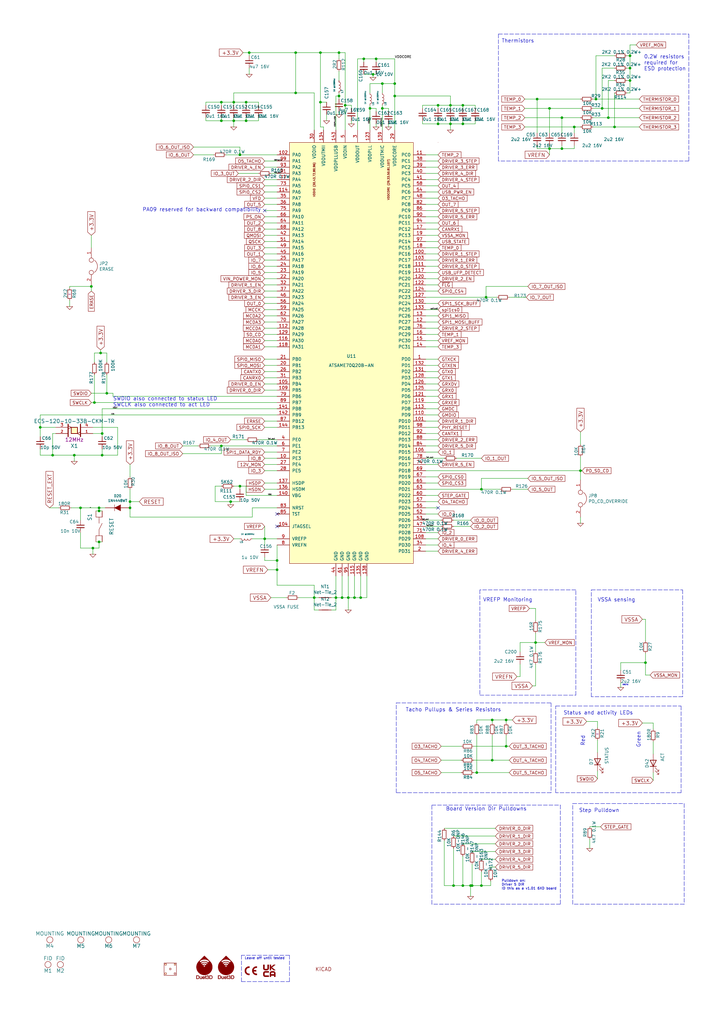
<source format=kicad_sch>
(kicad_sch (version 20211123) (generator eeschema)
  (paper "A3" portrait)
  (title_block (title "Duet 3 Main Board 6XD") (date "2023-02-22") (rev "1.01") (company "Duet3d") (comment 1 "(c) Duet3D"))
  (junction (at 161.925 34.29))
  (junction (at 225.425 44.45))
  (junction (at 131.445 21.59))
  (junction (at 113.665 233.68))
  (junction (at 179.705 43.18))
  (junction (at 108.585 220.98))
  (junction (at 113.665 229.87))
  (junction (at 156.845 34.29))
  (junction (at 100.965 41.91))
  (junction (at 94.615 205.74))
  (junction (at 33.02 208.28))
  (junction (at 41.91 177.8))
  (junction (at 225.425 60.96))
  (junction (at 247.015 44.45))
  (junction (at 145.415 245.11))
  (junction (at 53.34 205.74))
  (junction (at 219.71 263.525))
  (junction (at 140.335 245.11))
  (junction (at 141.605 43.18))
  (junction (at 264.795 271.78))
  (junction (at 197.485 363.22))
  (junction (at 43.815 161.29))
  (junction (at 90.805 49.53))
  (junction (at 40.64 208.28))
  (junction (at 230.505 60.96))
  (junction (at 193.04 363.22))
  (junction (at 142.875 245.11))
  (junction (at 201.93 295.275))
  (junction (at 151.765 44.45))
  (junction (at 189.865 43.18))
  (junction (at 102.235 21.59))
  (junction (at 189.865 50.8))
  (junction (at 38.1 224.79))
  (junction (at 53.34 208.28))
  (junction (at 95.885 49.53))
  (junction (at 37.465 117.475))
  (junction (at 30.48 186.69))
  (junction (at 41.275 144.78))
  (junction (at 137.795 245.11))
  (junction (at 189.865 363.22))
  (junction (at 90.805 182.88))
  (junction (at 184.785 43.18))
  (junction (at 153.035 30.48))
  (junction (at 156.845 44.45))
  (junction (at 199.39 121.92))
  (junction (at 100.965 49.53))
  (junction (at 95.885 41.91))
  (junction (at 207.645 306.07))
  (junction (at 98.425 63.5))
  (junction (at 121.285 21.59))
  (junction (at 41.91 186.69))
  (junction (at 131.445 41.91))
  (junction (at 21.59 186.69))
  (junction (at 244.475 40.64))
  (junction (at 98.425 199.39))
  (junction (at 121.285 38.1))
  (junction (at 193.675 363.22))
  (junction (at 179.705 50.8))
  (junction (at 128.905 245.11))
  (junction (at 252.095 52.07))
  (junction (at 235.585 52.07))
  (junction (at 195.58 316.865))
  (junction (at 197.485 200.66))
  (junction (at 40.64 222.25))
  (junction (at 258.445 27.94))
  (junction (at 154.305 24.13))
  (junction (at 139.065 21.59))
  (junction (at 258.445 33.02))
  (junction (at 220.345 40.64))
  (junction (at 139.065 39.37))
  (junction (at 249.555 48.26))
  (junction (at 161.925 39.37))
  (junction (at 258.445 22.86))
  (junction (at 184.785 50.8))
  (junction (at 238.125 193.04))
  (junction (at 40.64 209.55))
  (junction (at 149.225 24.13))
  (junction (at 38.735 165.1))
  (junction (at 16.51 175.26))
  (junction (at 201.93 311.785))
  (junction (at 147.955 245.11))
  (junction (at 230.505 48.26))
  (junction (at 186.055 363.22))
  (junction (at 207.645 295.275))
  (junction (at 90.805 41.91))
  (no_connect (at 108.585 86.36))
  (no_connect (at 113.665 215.9))
  (no_connect (at 113.665 210.82))
  (no_connect (at 179.705 208.28))
  (wire (pts (xy 197.485 196.215) (xy 197.485 200.66)))
  (wire (pts (xy 235.585 52.07) (xy 238.125 52.07)))
  (wire (pts (xy 153.035 30.48) (xy 149.225 30.48)))
  (wire (pts (xy 179.705 71.12) (xy 174.625 71.12)))
  (wire (pts (xy 186.055 213.36) (xy 193.04 213.36)))
  (wire (pts (xy 195.58 301.625) (xy 195.58 316.865)))
  (wire (pts (xy 137.795 39.37) (xy 137.795 53.34)))
  (wire (pts (xy 137.795 245.11) (xy 137.795 236.22)))
  (polyline (pts (xy 204.47 13.97) (xy 282.575 13.97)))
  (wire (pts (xy 230.505 60.96) (xy 235.585 60.96)))
  (wire (pts (xy 219.71 281.305) (xy 218.44 281.305)))
  (wire (pts (xy 195.58 296.545) (xy 195.58 295.275)))
  (wire (pts (xy 249.555 48.26) (xy 262.255 48.26)))
  (polyline (pts (xy 282.575 66.04) (xy 204.47 66.04)))
  (wire (pts (xy 179.705 68.58) (xy 174.625 68.58)))
  (polyline (pts (xy 229.87 370.84) (xy 177.165 370.84)))
  (wire (pts (xy 16.51 186.69) (xy 16.51 184.15)))
  (wire (pts (xy 153.035 31.75) (xy 153.035 30.48)))
  (wire (pts (xy 108.585 83.82) (xy 113.665 83.82)))
  (wire (pts (xy 238.125 212.09) (xy 238.125 214.63)))
  (wire (pts (xy 238.125 40.64) (xy 220.345 40.64)))
  (wire (pts (xy 186.055 347.98) (xy 186.055 363.22)))
  (wire (pts (xy 186.055 363.22) (xy 189.865 363.22)))
  (wire (pts (xy 159.385 52.07) (xy 159.385 50.8)))
  (wire (pts (xy 108.585 185.42) (xy 113.665 185.42)))
  (wire (pts (xy 151.765 43.18) (xy 151.765 44.45)))
  (wire (pts (xy 225.425 60.96) (xy 220.345 60.96)))
  (wire (pts (xy 201.295 356.235) (xy 201.295 355.6)))
  (wire (pts (xy 258.445 18.415) (xy 260.985 18.415)))
  (wire (pts (xy 154.305 44.45) (xy 151.765 44.45)))
  (polyline (pts (xy 236.22 241.935) (xy 196.85 241.935)))
  (wire (pts (xy 139.065 46.99) (xy 139.065 45.72)))
  (wire (pts (xy 243.205 40.64) (xy 244.475 40.64)))
  (wire (pts (xy 95.885 199.39) (xy 98.425 199.39)))
  (wire (pts (xy 197.485 200.66) (xy 205.105 200.66)))
  (wire (pts (xy 108.585 157.48) (xy 113.665 157.48)))
  (wire (pts (xy 174.625 124.46) (xy 179.705 124.46)))
  (wire (pts (xy 37.465 119.38) (xy 37.465 117.475)))
  (wire (pts (xy 238.125 187.325) (xy 238.125 193.04)))
  (wire (pts (xy 215.265 44.45) (xy 225.425 44.45)))
  (polyline (pts (xy 204.47 13.97) (xy 204.47 66.04)))
  (wire (pts (xy 179.705 226.06) (xy 174.625 226.06)))
  (wire (pts (xy 230.505 60.96) (xy 230.505 59.69)))
  (wire (pts (xy 161.925 24.13) (xy 154.305 24.13)))
  (polyline (pts (xy 196.85 241.935) (xy 196.85 285.115)))
  (wire (pts (xy 179.705 43.18) (xy 173.355 43.18)))
  (wire (pts (xy 113.665 132.08) (xy 108.585 132.08)))
  (wire (pts (xy 108.585 88.9) (xy 113.665 88.9)))
  (wire (pts (xy 40.64 208.28) (xy 33.02 208.28)))
  (wire (pts (xy 113.665 139.7) (xy 108.585 139.7)))
  (wire (pts (xy 159.385 44.45) (xy 156.845 44.45)))
  (wire (pts (xy 179.705 109.22) (xy 174.625 109.22)))
  (wire (pts (xy 179.705 91.44) (xy 174.625 91.44)))
  (wire (pts (xy 90.805 49.53) (xy 84.455 49.53)))
  (wire (pts (xy 113.665 76.2) (xy 108.585 76.2)))
  (wire (pts (xy 225.425 60.96) (xy 225.425 59.69)))
  (wire (pts (xy 180.975 306.07) (xy 189.23 306.07)))
  (polyline (pts (xy 279.4 289.56) (xy 279.4 325.12)))
  (wire (pts (xy 39.37 209.55) (xy 40.64 209.55)))
  (wire (pts (xy 215.265 52.07) (xy 235.585 52.07)))
  (wire (pts (xy 102.235 22.86) (xy 102.235 21.59)))
  (wire (pts (xy 103.505 208.28) (xy 113.665 208.28)))
  (polyline (pts (xy 280.67 329.565) (xy 280.67 370.84)))
  (wire (pts (xy 22.86 177.8) (xy 21.59 177.8)))
  (wire (pts (xy 174.625 167.64) (xy 179.705 167.64)))
  (polyline (pts (xy 177.165 330.2) (xy 229.87 330.2)))
  (wire (pts (xy 98.425 63.5) (xy 113.665 63.5)))
  (wire (pts (xy 21.59 177.8) (xy 21.59 186.69)))
  (wire (pts (xy 174.625 208.28) (xy 179.705 208.28)))
  (wire (pts (xy 179.705 83.82) (xy 174.625 83.82)))
  (wire (pts (xy 90.805 41.91) (xy 84.455 41.91)))
  (wire (pts (xy 147.955 245.11) (xy 150.495 245.11)))
  (wire (pts (xy 193.04 363.22) (xy 193.675 363.22)))
  (wire (pts (xy 108.585 73.66) (xy 113.665 73.66)))
  (wire (pts (xy 258.445 33.02) (xy 258.445 38.1)))
  (wire (pts (xy 102.235 27.94) (xy 102.235 30.48)))
  (wire (pts (xy 179.705 101.6) (xy 174.625 101.6)))
  (wire (pts (xy 208.915 311.785) (xy 201.93 311.785)))
  (wire (pts (xy 174.625 162.56) (xy 179.705 162.56)))
  (wire (pts (xy 33.02 224.79) (xy 33.02 218.44)))
  (wire (pts (xy 247.015 44.45) (xy 262.255 44.45)))
  (wire (pts (xy 108.585 229.87) (xy 113.665 229.87)))
  (wire (pts (xy 258.445 18.415) (xy 258.445 22.86)))
  (polyline (pts (xy 282.575 13.97) (xy 282.575 66.04)))
  (wire (pts (xy 97.79 71.12) (xy 106.045 71.12)))
  (wire (pts (xy 108.585 124.46) (xy 113.665 124.46)))
  (wire (pts (xy 108.585 215.9) (xy 108.585 220.98)))
  (wire (pts (xy 139.065 38.1) (xy 139.065 39.37)))
  (wire (pts (xy 189.865 351.155) (xy 189.865 363.22)))
  (wire (pts (xy 199.39 117.475) (xy 199.39 121.92)))
  (wire (pts (xy 174.625 220.98) (xy 179.705 220.98)))
  (wire (pts (xy 194.945 44.45) (xy 194.945 43.18)))
  (wire (pts (xy 189.865 44.45) (xy 189.865 43.18)))
  (wire (pts (xy 179.705 132.08) (xy 174.625 132.08)))
  (wire (pts (xy 179.705 114.3) (xy 174.625 114.3)))
  (wire (pts (xy 201.295 355.6) (xy 203.2 355.6)))
  (wire (pts (xy 187.325 187.96) (xy 197.485 187.96)))
  (wire (pts (xy 174.625 149.86) (xy 179.705 149.86)))
  (wire (pts (xy 16.51 170.18) (xy 16.51 175.26)))
  (wire (pts (xy 122.555 245.11) (xy 128.905 245.11)))
  (wire (pts (xy 179.705 44.45) (xy 179.705 43.18)))
  (wire (pts (xy 246.38 339.09) (xy 241.935 339.09)))
  (wire (pts (xy 189.865 50.8) (xy 189.865 49.53)))
  (wire (pts (xy 252.095 52.07) (xy 262.255 52.07)))
  (wire (pts (xy 267.97 316.865) (xy 267.97 320.04)))
  (wire (pts (xy 108.585 160.02) (xy 113.665 160.02)))
  (wire (pts (xy 179.705 104.14) (xy 174.625 104.14)))
  (wire (pts (xy 103.505 208.28) (xy 103.505 212.09)))
  (wire (pts (xy 267.97 296.545) (xy 267.97 299.085)))
  (wire (pts (xy 38.1 227.33) (xy 38.1 224.79)))
  (wire (pts (xy 193.675 363.22) (xy 197.485 363.22)))
  (wire (pts (xy 38.1 224.79) (xy 33.02 224.79)))
  (wire (pts (xy 38.1 175.26) (xy 48.26 175.26)))
  (polyline (pts (xy 196.85 285.115) (xy 236.22 285.115)))
  (wire (pts (xy 95.885 52.07) (xy 95.885 49.53)))
  (wire (pts (xy 201.93 311.785) (xy 194.31 311.785)))
  (wire (pts (xy 207.645 301.625) (xy 207.645 306.07)))
  (wire (pts (xy 108.585 152.4) (xy 113.665 152.4)))
  (wire (pts (xy 184.785 43.18) (xy 179.705 43.18)))
  (wire (pts (xy 28.575 118.11) (xy 28.575 117.475)))
  (wire (pts (xy 161.925 53.34) (xy 161.925 39.37)))
  (wire (pts (xy 131.445 52.07) (xy 132.715 52.07)))
  (wire (pts (xy 199.39 121.92) (xy 203.835 121.92)))
  (wire (pts (xy 140.335 245.11) (xy 142.875 245.11)))
  (wire (pts (xy 139.065 29.21) (xy 139.065 33.02)))
  (wire (pts (xy 243.205 48.26) (xy 249.555 48.26)))
  (wire (pts (xy 103.505 220.98) (xy 108.585 220.98)))
  (polyline (pts (xy 162.56 325.12) (xy 162.56 288.29)))
  (polyline (pts (xy 229.87 330.2) (xy 229.87 370.84)))
  (wire (pts (xy 213.36 267.335) (xy 213.36 263.525)))
  (wire (pts (xy 92.71 63.5) (xy 98.425 63.5)))
  (wire (pts (xy 113.665 223.52) (xy 113.665 229.87)))
  (wire (pts (xy 149.225 24.13) (xy 149.225 25.4)))
  (wire (pts (xy 37.465 96.52) (xy 37.465 101.6)))
  (wire (pts (xy 174.625 165.1) (xy 179.705 165.1)))
  (wire (pts (xy 128.905 245.11) (xy 130.81 245.11)))
  (wire (pts (xy 40.64 222.25) (xy 39.37 222.25)))
  (wire (pts (xy 179.705 190.5) (xy 174.625 190.5)))
  (wire (pts (xy 98.425 199.39) (xy 98.425 200.66)))
  (wire (pts (xy 95.885 49.53) (xy 95.885 48.26)))
  (wire (pts (xy 235.585 54.61) (xy 235.585 52.07)))
  (wire (pts (xy 95.885 49.53) (xy 100.965 49.53)))
  (wire (pts (xy 215.265 48.26) (xy 230.505 48.26)))
  (wire (pts (xy 40.64 222.25) (xy 41.91 222.25)))
  (wire (pts (xy 142.875 245.11) (xy 142.875 236.22)))
  (wire (pts (xy 215.265 40.64) (xy 220.345 40.64)))
  (wire (pts (xy 46.355 161.29) (xy 43.815 161.29)))
  (wire (pts (xy 94.615 207.01) (xy 94.615 205.74)))
  (wire (pts (xy 149.225 24.13) (xy 146.685 24.13)))
  (wire (pts (xy 48.26 186.69) (xy 41.91 186.69)))
  (wire (pts (xy 184.785 39.37) (xy 184.785 43.18)))
  (wire (pts (xy 108.585 190.5) (xy 113.665 190.5)))
  (wire (pts (xy 257.175 22.86) (xy 258.445 22.86)))
  (wire (pts (xy 108.585 106.68) (xy 113.665 106.68)))
  (wire (pts (xy 95.885 43.18) (xy 95.885 41.91)))
  (wire (pts (xy 41.91 186.69) (xy 41.91 184.15)))
  (wire (pts (xy 212.09 277.495) (xy 213.36 277.495)))
  (wire (pts (xy 179.705 76.2) (xy 174.625 76.2)))
  (wire (pts (xy 264.795 276.86) (xy 266.7 276.86)))
  (wire (pts (xy 113.665 240.03) (xy 128.905 240.03)))
  (wire (pts (xy 108.585 66.04) (xy 113.665 66.04)))
  (wire (pts (xy 111.125 245.11) (xy 117.475 245.11)))
  (wire (pts (xy 174.625 154.94) (xy 179.705 154.94)))
  (wire (pts (xy 252.095 52.07) (xy 243.205 52.07)))
  (wire (pts (xy 244.475 40.64) (xy 262.255 40.64)))
  (wire (pts (xy 258.445 22.86) (xy 258.445 27.94)))
  (wire (pts (xy 179.705 106.68) (xy 174.625 106.68)))
  (wire (pts (xy 174.625 215.9) (xy 180.975 215.9)))
  (wire (pts (xy 108.585 187.96) (xy 113.665 187.96)))
  (wire (pts (xy 238.125 177.165) (xy 238.125 182.245)))
  (wire (pts (xy 153.035 30.48) (xy 154.305 30.48)))
  (polyline (pts (xy 234.95 329.565) (xy 280.67 329.565)))
  (wire (pts (xy 53.34 212.09) (xy 53.34 208.28)))
  (wire (pts (xy 174.625 200.66) (xy 197.485 200.66)))
  (wire (pts (xy 173.355 43.18) (xy 173.355 44.45)))
  (wire (pts (xy 179.705 223.52) (xy 174.625 223.52)))
  (wire (pts (xy 113.665 142.24) (xy 108.585 142.24)))
  (wire (pts (xy 194.31 306.07) (xy 207.645 306.07)))
  (wire (pts (xy 179.705 203.2) (xy 174.625 203.2)))
  (wire (pts (xy 131.445 41.91) (xy 131.445 21.59)))
  (wire (pts (xy 41.91 179.07) (xy 41.91 177.8)))
  (wire (pts (xy 174.625 121.92) (xy 199.39 121.92)))
  (wire (pts (xy 201.93 295.275) (xy 207.645 295.275)))
  (wire (pts (xy 257.175 27.94) (xy 258.445 27.94)))
  (wire (pts (xy 179.705 88.9) (xy 174.625 88.9)))
  (wire (pts (xy 174.625 175.26) (xy 179.705 175.26)))
  (wire (pts (xy 180.975 311.785) (xy 189.23 311.785)))
  (wire (pts (xy 90.805 48.26) (xy 90.805 49.53)))
  (wire (pts (xy 144.145 44.45) (xy 144.145 43.18)))
  (wire (pts (xy 219.71 272.415) (xy 219.71 281.305)))
  (wire (pts (xy 131.445 21.59) (xy 139.065 21.59)))
  (polyline (pts (xy 162.56 288.29) (xy 226.06 288.29)))
  (wire (pts (xy 84.455 41.91) (xy 84.455 43.18)))
  (wire (pts (xy 128.905 245.11) (xy 128.905 250.19)))
  (wire (pts (xy 194.945 50.8) (xy 194.945 49.53)))
  (wire (pts (xy 94.615 180.34) (xy 100.965 180.34)))
  (wire (pts (xy 220.345 54.61) (xy 220.345 40.64)))
  (wire (pts (xy 184.785 50.8) (xy 184.785 49.53)))
  (wire (pts (xy 179.705 129.54) (xy 174.625 129.54)))
  (wire (pts (xy 154.305 52.07) (xy 154.305 50.8)))
  (wire (pts (xy 103.505 212.09) (xy 53.34 212.09)))
  (wire (pts (xy 156.845 44.45) (xy 156.845 53.34)))
  (wire (pts (xy 195.58 295.275) (xy 201.93 295.275)))
  (wire (pts (xy 174.625 195.58) (xy 179.705 195.58)))
  (wire (pts (xy 174.625 147.32) (xy 179.705 147.32)))
  (wire (pts (xy 174.625 213.36) (xy 180.975 213.36)))
  (wire (pts (xy 90.805 43.18) (xy 90.805 41.91)))
  (wire (pts (xy 174.625 81.28) (xy 179.705 81.28)))
  (wire (pts (xy 147.955 245.11) (xy 147.955 236.22)))
  (wire (pts (xy 220.345 60.96) (xy 220.345 59.69)))
  (wire (pts (xy 113.665 96.52) (xy 108.585 96.52)))
  (wire (pts (xy 189.23 316.865) (xy 180.975 316.865)))
  (wire (pts (xy 267.97 304.165) (xy 267.97 309.245)))
  (wire (pts (xy 216.535 117.475) (xy 199.39 117.475)))
  (wire (pts (xy 263.525 296.545) (xy 267.97 296.545)))
  (wire (pts (xy 28.575 123.19) (xy 28.575 125.73)))
  (wire (pts (xy 223.52 263.525) (xy 219.71 263.525)))
  (wire (pts (xy 179.705 137.16) (xy 174.625 137.16)))
  (wire (pts (xy 193.675 354.33) (xy 193.675 363.22)))
  (wire (pts (xy 238.125 193.04) (xy 238.76 193.04)))
  (wire (pts (xy 16.51 179.07) (xy 16.51 175.26)))
  (wire (pts (xy 179.705 172.72) (xy 174.625 172.72)))
  (wire (pts (xy 213.36 263.525) (xy 219.71 263.525)))
  (wire (pts (xy 113.665 162.56) (xy 46.355 162.56)))
  (wire (pts (xy 156.845 43.18) (xy 156.845 44.45)))
  (wire (pts (xy 194.945 43.18) (xy 189.865 43.18)))
  (wire (pts (xy 184.785 44.45) (xy 184.785 43.18)))
  (wire (pts (xy 106.045 180.34) (xy 113.665 180.34)))
  (wire (pts (xy 135.89 245.11) (xy 137.795 245.11)))
  (wire (pts (xy 210.185 200.66) (xy 216.535 200.66)))
  (wire (pts (xy 21.59 186.69) (xy 16.51 186.69)))
  (wire (pts (xy 195.58 316.865) (xy 194.31 316.865)))
  (wire (pts (xy 33.02 208.28) (xy 33.02 213.36)))
  (wire (pts (xy 154.305 24.13) (xy 154.305 25.4)))
  (wire (pts (xy 40.64 208.28) (xy 43.18 208.28)))
  (wire (pts (xy 254.635 281.94) (xy 254.635 280.035)))
  (wire (pts (xy 252.095 38.1) (xy 252.095 52.07)))
  (wire (pts (xy 37.465 117.475) (xy 37.465 116.84)))
  (wire (pts (xy 106.045 43.18) (xy 106.045 41.91)))
  (wire (pts (xy 100.965 203.2) (xy 100.965 199.39)))
  (wire (pts (xy 197.485 352.425) (xy 203.2 352.425)))
  (wire (pts (xy 90.805 182.88) (xy 113.665 182.88)))
  (wire (pts (xy 174.625 63.5) (xy 179.705 63.5)))
  (wire (pts (xy 100.965 49.53) (xy 106.045 49.53)))
  (polyline (pts (xy 99.06 391.795) (xy 99.06 402.59)))
  (polyline (pts (xy 280.035 285.75) (xy 242.57 285.75)))
  (wire (pts (xy 201.93 296.545) (xy 201.93 295.275)))
  (wire (pts (xy 142.875 245.11) (xy 145.415 245.11)))
  (wire (pts (xy 16.51 175.26) (xy 22.86 175.26)))
  (wire (pts (xy 145.415 245.11) (xy 145.415 236.22)))
  (wire (pts (xy 132.715 52.07) (xy 132.715 53.34)))
  (wire (pts (xy 189.865 43.18) (xy 184.785 43.18)))
  (wire (pts (xy 95.885 220.98) (xy 98.425 220.98)))
  (wire (pts (xy 86.36 182.88) (xy 90.805 182.88)))
  (polyline (pts (xy 226.06 288.29) (xy 226.06 325.12)))
  (wire (pts (xy 179.705 50.8) (xy 173.355 50.8)))
  (wire (pts (xy 179.705 93.98) (xy 174.625 93.98)))
  (wire (pts (xy 179.705 134.62) (xy 174.625 134.62)))
  (wire (pts (xy 179.705 119.38) (xy 174.625 119.38)))
  (wire (pts (xy 133.985 49.53) (xy 133.985 46.99)))
  (wire (pts (xy 108.585 172.72) (xy 113.665 172.72)))
  (wire (pts (xy 208.915 316.865) (xy 195.58 316.865)))
  (wire (pts (xy 108.585 93.98) (xy 113.665 93.98)))
  (wire (pts (xy 84.455 49.53) (xy 84.455 48.26)))
  (wire (pts (xy 113.665 233.68) (xy 113.665 240.03)))
  (wire (pts (xy 38.735 153.67) (xy 38.735 165.1)))
  (wire (pts (xy 88.265 199.39) (xy 88.265 205.74)))
  (wire (pts (xy 108.585 86.36) (xy 113.665 86.36)))
  (wire (pts (xy 113.665 165.1) (xy 38.735 165.1)))
  (wire (pts (xy 108.585 193.04) (xy 113.665 193.04)))
  (polyline (pts (xy 227.965 325.12) (xy 227.965 289.56)))
  (wire (pts (xy 179.705 49.53) (xy 179.705 50.8)))
  (wire (pts (xy 189.865 363.22) (xy 193.04 363.22)))
  (wire (pts (xy 179.705 142.24) (xy 174.625 142.24)))
  (wire (pts (xy 264.795 254) (xy 264.795 262.89)))
  (wire (pts (xy 252.095 22.86) (xy 244.475 22.86)))
  (wire (pts (xy 154.305 45.72) (xy 154.305 44.45)))
  (wire (pts (xy 142.875 245.11) (xy 142.875 250.19)))
  (wire (pts (xy 113.665 203.2) (xy 100.965 203.2)))
  (polyline (pts (xy 227.965 289.56) (xy 279.4 289.56)))
  (wire (pts (xy 219.71 259.715) (xy 219.71 263.525)))
  (wire (pts (xy 156.845 34.29) (xy 156.845 38.1)))
  (polyline (pts (xy 280.035 241.935) (xy 280.035 285.75)))
  (wire (pts (xy 225.425 60.96) (xy 230.505 60.96)))
  (wire (pts (xy 30.48 186.69) (xy 41.91 186.69)))
  (wire (pts (xy 53.34 205.74) (xy 53.34 208.28)))
  (wire (pts (xy 113.665 220.98) (xy 108.585 220.98)))
  (wire (pts (xy 28.575 117.475) (xy 37.465 117.475)))
  (wire (pts (xy 108.585 154.94) (xy 113.665 154.94)))
  (wire (pts (xy 108.585 111.76) (xy 113.665 111.76)))
  (wire (pts (xy 38.1 224.79) (xy 40.64 224.79)))
  (polyline (pts (xy 177.165 370.84) (xy 177.165 330.2)))
  (wire (pts (xy 100.965 41.91) (xy 95.885 41.91)))
  (wire (pts (xy 43.815 153.67) (xy 43.815 161.29)))
  (polyline (pts (xy 236.22 285.115) (xy 236.22 241.935)))
  (polyline (pts (xy 242.57 285.75) (xy 242.57 241.935)))
  (wire (pts (xy 90.805 186.055) (xy 90.805 182.88)))
  (wire (pts (xy 264.795 271.78) (xy 264.795 276.86)))
  (wire (pts (xy 140.335 245.11) (xy 140.335 236.22)))
  (wire (pts (xy 53.34 200.66) (xy 53.34 205.74)))
  (wire (pts (xy 207.645 306.07) (xy 208.915 306.07)))
  (wire (pts (xy 225.425 44.45) (xy 238.125 44.45)))
  (wire (pts (xy 154.305 24.13) (xy 149.225 24.13)))
  (wire (pts (xy 203.2 349.25) (xy 193.675 349.25)))
  (wire (pts (xy 179.705 78.74) (xy 174.625 78.74)))
  (wire (pts (xy 137.795 250.19) (xy 137.795 245.11)))
  (wire (pts (xy 197.485 363.22) (xy 201.295 363.22)))
  (wire (pts (xy 133.985 41.91) (xy 131.445 41.91)))
  (wire (pts (xy 128.905 53.34) (xy 128.905 38.1)))
  (wire (pts (xy 151.765 34.29) (xy 156.845 34.29)))
  (polyline (pts (xy 279.4 325.12) (xy 227.965 325.12)))
  (wire (pts (xy 38.735 144.78) (xy 41.275 144.78)))
  (wire (pts (xy 161.925 39.37) (xy 184.785 39.37)))
  (polyline (pts (xy 226.06 325.12) (xy 162.56 325.12)))
  (wire (pts (xy 139.065 39.37) (xy 139.065 40.64)))
  (wire (pts (xy 108.585 101.6) (xy 113.665 101.6)))
  (wire (pts (xy 179.705 198.12) (xy 174.625 198.12)))
  (polyline (pts (xy 242.57 241.935) (xy 280.035 241.935)))
  (wire (pts (xy 197.485 357.505) (xy 197.485 363.22)))
  (wire (pts (xy 219.71 249.555) (xy 219.71 254.635)))
  (wire (pts (xy 244.475 22.86) (xy 244.475 40.64)))
  (wire (pts (xy 108.585 81.28) (xy 113.665 81.28)))
  (wire (pts (xy 174.625 177.8) (xy 179.705 177.8)))
  (wire (pts (xy 144.145 50.8) (xy 144.145 49.53)))
  (wire (pts (xy 189.865 50.8) (xy 194.945 50.8)))
  (wire (pts (xy 245.11 303.53) (xy 245.11 308.61)))
  (wire (pts (xy 264.795 267.97) (xy 264.795 271.78)))
  (wire (pts (xy 161.925 34.29) (xy 156.845 34.29)))
  (wire (pts (xy 257.175 33.02) (xy 258.445 33.02)))
  (wire (pts (xy 108.585 200.66) (xy 113.665 200.66)))
  (wire (pts (xy 179.705 86.36) (xy 174.625 86.36)))
  (wire (pts (xy 106.045 41.91) (xy 100.965 41.91)))
  (wire (pts (xy 141.605 21.59) (xy 141.605 43.18)))
  (wire (pts (xy 245.11 295.91) (xy 245.11 298.45)))
  (wire (pts (xy 108.585 137.16) (xy 113.665 137.16)))
  (wire (pts (xy 137.795 245.11) (xy 140.335 245.11)))
  (wire (pts (xy 98.425 60.325) (xy 98.425 63.5)))
  (wire (pts (xy 79.375 60.325) (xy 98.425 60.325)))
  (wire (pts (xy 230.505 54.61) (xy 230.505 48.26)))
  (wire (pts (xy 40.64 209.55) (xy 41.91 209.55)))
  (wire (pts (xy 108.585 228.6) (xy 108.585 229.87)))
  (wire (pts (xy 182.245 363.22) (xy 186.055 363.22)))
  (wire (pts (xy 249.555 33.02) (xy 249.555 48.26)))
  (wire (pts (xy 252.095 33.02) (xy 249.555 33.02)))
  (wire (pts (xy 179.705 73.66) (xy 174.625 73.66)))
  (wire (pts (xy 235.585 60.96) (xy 235.585 59.69)))
  (wire (pts (xy 41.275 143.51) (xy 41.275 144.78)))
  (wire (pts (xy 108.585 149.86) (xy 113.665 149.86)))
  (wire (pts (xy 128.905 250.19) (xy 130.81 250.19)))
  (wire (pts (xy 113.665 99.06) (xy 108.585 99.06)))
  (wire (pts (xy 74.93 186.055) (xy 90.805 186.055)))
  (wire (pts (xy 217.17 249.555) (xy 219.71 249.555)))
  (wire (pts (xy 225.425 54.61) (xy 225.425 44.45)))
  (wire (pts (xy 210.185 295.275) (xy 207.645 295.275)))
  (wire (pts (xy 179.705 116.84) (xy 174.625 116.84)))
  (wire (pts (xy 30.48 186.69) (xy 21.59 186.69)))
  (wire (pts (xy 203.2 346.075) (xy 189.865 346.075)))
  (wire (pts (xy 184.785 50.8) (xy 189.865 50.8)))
  (wire (pts (xy 139.065 39.37) (xy 137.795 39.37)))
  (wire (pts (xy 139.065 21.59) (xy 141.605 21.59)))
  (wire (pts (xy 88.265 199.39) (xy 90.805 199.39)))
  (wire (pts (xy 57.15 205.74) (xy 53.34 205.74)))
  (wire (pts (xy 150.495 245.11) (xy 150.495 236.22)))
  (wire (pts (xy 111.125 71.12) (xy 113.665 71.12)))
  (wire (pts (xy 41.91 177.8) (xy 41.91 167.64)))
  (wire (pts (xy 240.665 295.91) (xy 245.11 295.91)))
  (wire (pts (xy 193.04 367.665) (xy 193.04 363.22)))
  (wire (pts (xy 108.585 220.98) (xy 108.585 223.52)))
  (wire (pts (xy 79.375 63.5) (xy 87.63 63.5)))
  (wire (pts (xy 43.815 161.29) (xy 37.465 161.29)))
  (wire (pts (xy 108.585 119.38) (xy 113.665 119.38)))
  (wire (pts (xy 174.625 182.88) (xy 179.705 182.88)))
  (wire (pts (xy 20.32 208.28) (xy 24.13 208.28)))
  (wire (pts (xy 151.765 38.1) (xy 151.765 34.29)))
  (wire (pts (xy 40.64 209.55) (xy 40.64 208.28)))
  (wire (pts (xy 179.705 218.44) (xy 174.625 218.44)))
  (wire (pts (xy 43.815 144.78) (xy 43.815 148.59)))
  (wire (pts (xy 38.735 165.1) (xy 37.465 165.1)))
  (wire (pts (xy 121.285 21.59) (xy 131.445 21.59)))
  (wire (pts (xy 264.795 271.78) (xy 254.635 271.78)))
  (wire (pts (xy 213.36 272.415) (xy 213.36 277.495)))
  (polyline (pts (xy 99.06 402.59) (xy 118.745 402.59)))
  (wire (pts (xy 29.21 208.28) (xy 33.02 208.28)))
  (wire (pts (xy 131.445 41.91) (xy 131.445 52.07)))
  (wire (pts (xy 219.71 263.525) (xy 219.71 267.335)))
  (wire (pts (xy 145.415 245.11) (xy 147.955 245.11)))
  (wire (pts (xy 108.585 68.58) (xy 113.665 68.58)))
  (wire (pts (xy 100.965 199.39) (xy 98.425 199.39)))
  (wire (pts (xy 245.11 316.23) (xy 245.11 319.405)))
  (wire (pts (xy 74.93 182.88) (xy 81.28 182.88)))
  (wire (pts (xy 102.235 21.59) (xy 121.285 21.59)))
  (wire (pts (xy 247.015 27.94) (xy 247.015 44.45)))
  (wire (pts (xy 179.705 96.52) (xy 174.625 96.52)))
  (wire (pts (xy 53.34 190.5) (xy 53.34 195.58)))
  (wire (pts (xy 173.355 50.8) (xy 173.355 49.53)))
  (wire (pts (xy 201.295 363.22) (xy 201.295 361.315)))
  (wire (pts (xy 174.625 180.34) (xy 179.705 180.34)))
  (wire (pts (xy 225.425 60.96) (xy 225.425 63.5)))
  (wire (pts (xy 252.095 27.94) (xy 247.015 27.94)))
  (polyline (pts (xy 118.745 391.795) (xy 99.06 391.795)))
  (wire (pts (xy 201.93 301.625) (xy 201.93 311.785)))
  (wire (pts (xy 128.905 240.03) (xy 128.905 245.11)))
  (wire (pts (xy 94.615 205.74) (xy 98.425 205.74)))
  (wire (pts (xy 186.055 215.9) (xy 193.04 215.9)))
  (wire (pts (xy 108.585 121.92) (xy 113.665 121.92)))
  (wire (pts (xy 216.535 196.215) (xy 197.485 196.215)))
  (wire (pts (xy 182.245 344.805) (xy 182.245 363.22)))
  (wire (pts (xy 100.965 43.18) (xy 100.965 41.91)))
  (wire (pts (xy 179.705 127) (xy 174.625 127)))
  (wire (pts (xy 179.705 210.82) (xy 174.625 210.82)))
  (wire (pts (xy 141.605 43.18) (xy 141.605 53.34)))
  (wire (pts (xy 108.585 104.14) (xy 113.665 104.14)))
  (wire (pts (xy 258.445 27.94) (xy 258.445 33.02)))
  (wire (pts (xy 161.925 34.29) (xy 161.925 24.13)))
  (wire (pts (xy 174.625 193.04) (xy 238.125 193.04)))
  (wire (pts (xy 151.765 44.45) (xy 151.765 53.34)))
  (wire (pts (xy 174.625 152.4) (xy 179.705 152.4)))
  (polyline (pts (xy 234.95 370.84) (xy 234.95 329.565)))
  (wire (pts (xy 230.505 48.26) (xy 238.125 48.26)))
  (wire (pts (xy 182.245 339.725) (xy 203.2 339.725)))
  (wire (pts (xy 146.685 24.13) (xy 146.685 53.34)))
  (wire (pts (xy 238.125 193.04) (xy 238.125 196.85)))
  (wire (pts (xy 254.635 271.78) (xy 254.635 274.955)))
  (wire (pts (xy 95.885 41.91) (xy 90.805 41.91)))
  (wire (pts (xy 30.48 189.23) (xy 30.48 186.69)))
  (wire (pts (xy 174.625 185.42) (xy 179.705 185.42)))
  (wire (pts (xy 88.265 205.74) (xy 94.615 205.74)))
  (wire (pts (xy 207.645 295.275) (xy 207.645 296.545)))
  (wire (pts (xy 40.64 224.79) (xy 40.64 222.25)))
  (wire (pts (xy 179.705 205.74) (xy 174.625 205.74)))
  (wire (pts (xy 128.905 38.1) (xy 121.285 38.1)))
  (wire (pts (xy 174.625 170.18) (xy 179.705 170.18)))
  (wire (pts (xy 113.665 78.74) (xy 108.585 78.74)))
  (polyline (pts (xy 118.745 402.59) (xy 118.745 391.795)))
  (wire (pts (xy 16.51 170.18) (xy 113.665 170.18)))
  (wire (pts (xy 121.285 38.1) (xy 95.885 38.1)))
  (wire (pts (xy 46.355 162.56) (xy 46.355 161.29)))
  (polyline (pts (xy 280.67 370.84) (xy 234.95 370.84)))
  (wire (pts (xy 109.855 233.68) (xy 113.665 233.68)))
  (wire (pts (xy 184.785 50.8) (xy 179.705 50.8)))
  (wire (pts (xy 241.935 344.17) (xy 241.935 347.98)))
  (wire (pts (xy 139.065 24.13) (xy 139.065 21.59)))
  (wire (pts (xy 161.925 39.37) (xy 161.925 34.29)))
  (wire (pts (xy 113.665 147.32) (xy 108.585 147.32)))
  (wire (pts (xy 121.285 38.1) (xy 121.285 21.59)))
  (wire (pts (xy 108.585 91.44) (xy 113.665 91.44)))
  (wire (pts (xy 144.145 43.18) (xy 141.605 43.18)))
  (wire (pts (xy 113.665 175.26) (xy 108.585 175.26)))
  (wire (pts (xy 135.89 250.19) (xy 137.795 250.19)))
  (wire (pts (xy 184.785 53.34) (xy 184.785 50.8)))
  (wire (pts (xy 186.055 342.9) (xy 203.2 342.9)))
  (wire (pts (xy 38.735 144.78) (xy 38.735 148.59)))
  (wire (pts (xy 95.885 38.1) (xy 95.885 41.91)))
  (wire (pts (xy 41.91 177.8) (xy 38.1 177.8)))
  (wire (pts (xy 108.585 109.22) (xy 113.665 109.22)))
  (wire (pts (xy 263.525 254) (xy 264.795 254)))
  (wire (pts (xy 106.045 49.53) (xy 106.045 48.26)))
  (wire (pts (xy 113.665 134.62) (xy 108.585 134.62)))
  (wire (pts (xy 257.175 38.1) (xy 258.445 38.1)))
  (wire (pts (xy 243.205 44.45) (xy 247.015 44.45)))
  (wire (pts (xy 174.625 160.02) (xy 179.705 160.02)))
  (wire (pts (xy 48.26 175.26) (xy 48.26 186.69)))
  (wire (pts (xy 174.625 99.06) (xy 179.705 99.06)))
  (wire (pts (xy 113.665 114.3) (xy 108.585 114.3)))
  (wire (pts (xy 102.235 21.59) (xy 99.695 21.59)))
  (wire (pts (xy 41.91 167.64) (xy 113.665 167.64)))
  (wire (pts (xy 159.385 45.72) (xy 159.385 44.45)))
  (wire (pts (xy 100.965 49.53) (xy 100.965 48.26)))
  (wire (pts (xy 113.665 127) (xy 108.585 127)))
  (wire (pts (xy 108.585 116.84) (xy 113.665 116.84)))
  (wire (pts (xy 208.915 121.92) (xy 215.9 121.92)))
  (wire (pts (xy 174.625 187.96) (xy 182.245 187.96)))
  (wire (pts (xy 179.705 111.76) (xy 174.625 111.76)))
  (wire (pts (xy 179.705 66.04) (xy 174.625 66.04)))
  (wire (pts (xy 95.885 49.53) (xy 90.805 49.53)))
  (wire (pts (xy 108.585 198.12) (xy 113.665 198.12)))
  (wire (pts (xy 113.665 229.87) (xy 113.665 233.68)))
  (wire (pts (xy 113.665 129.54) (xy 108.585 129.54)))
  (wire (pts (xy 41.275 144.78) (xy 43.815 144.78)))
  (wire (pts (xy 179.705 139.7) (xy 174.625 139.7)))
  (wire (pts (xy 174.625 157.48) (xy 179.705 157.48)))
  (text "Thermistors\n" (at 205.74 17.78 0) (effects (font (size 1.524 1.524)) (justify left bottom)))
  (text "VREFP Monitoring" (at 198.12 247.015 0) (effects (font (size 1.524 1.524)) (justify left bottom)))
  (text "PA09 reserved for backward compatibility" (at 58.42 86.995 0) (effects (font (size 1.524 1.524)) (justify left bottom)))
  (text "0.2W resistors\nrequired for\nESD protection" (at 264.16 29.21 0) (effects (font (size 1.524 1.524)) (justify left bottom)))
  (text "VSSA sensing\n" (at 245.11 247.015 0) (effects (font (size 1.524 1.524)) (justify left bottom)))
  (text "SWDIO also connected to status LED\nSWCLK also connected to act LED" (at 46.355 167.005 0) (effects (font (size 1.524 1.524)) (justify left bottom)))
  (text "VREFN" (at 255.27 281.305 0) (effects (font (size 0.508 0.508)) (justify left bottom)))
  (text "Status and activity LEDs" (at 231.14 293.37 0) (effects (font (size 1.524 1.524)) (justify left bottom)))
  (text "Board Version Dir Pulldowns" (at 182.88 332.74 0) (effects (font (size 1.524 1.524)) (justify left bottom)))
  (text "Green" (at 262.89 306.705 90) (effects (font (size 1.524 1.524)) (justify left bottom)))
  (text "Leave off until tested" (at 100.33 393.7 0) (effects (font (size 0.9906 0.9906)) (justify left bottom)))
  (text "Tacho Pullups & Series Resistors" (at 166.37 292.1 0) (effects (font (size 1.524 1.524)) (justify left bottom)))
  (text "Red" (at 240.03 306.07 90) (effects (font (size 1.524 1.524)) (justify left bottom)))
  (text "Pulldown on:\nDriver 5 DIR\nID this as a v1.01 6XD board" (at 205.74 365.125 0) (effects (font (size 0.9906 0.9906)) (justify left bottom)))
  (text "Step Pulldown" (at 237.49 333.375 0) (effects (font (size 1.524 1.524)) (justify left bottom)))
  (label "VDDPLLUSB" (at 137.795 52.07 90) (effects (font (size 0.508 0.508))))
  (label "XOUT" (at 48.26 167.64 180) (effects (font (size 0.508 0.508))))
  (label "O6Tacho" (at 112.395 66.04 0) (effects (font (size 0.508 0.508))))
  (label "rst" (at 36.83 208.28 0) (effects (font (size 0.2032 0.2032))))
  (label "VBG" (at 109.855 203.2 0) (effects (font (size 0.508 0.508))))
  (label "io3_out" (at 112.395 71.12 0) (effects (font (size 0.508 0.508))))
  (label "spi1cs0" (at 176.53 127 0) (effects (font (size 0.508 0.508))))
  (label "VDDPLL" (at 151.765 50.8 90) (effects (font (size 0.508 0.508))))
  (label "NC_TST" (at 113.665 210.82 0) (effects (font (size 0.2032 0.2032))))
  (label "XIN" (at 46.99 170.18 180) (effects (font (size 0.508 0.508))))
  (label "io2_out" (at 177.8 215.9 180) (effects (font (size 0.508 0.508))))
  (label "io0_out" (at 175.895 213.36 180) (effects (font (size 0.508 0.508))))
  (label "VDDUTMIC" (at 156.845 52.07 90) (effects (font (size 0.508 0.508))))
  (label "io1_out" (at 177.8 187.96 180) (effects (font (size 0.508 0.508))))
  (label "VDDCORE" (at 161.925 24.13 0) (effects (font (size 0.9906 0.9906))))
  (label "io4_out" (at 109.855 180.34 0) (effects (font (size 0.508 0.508))))
  (label "NC_JSEL" (at 113.665 215.9 0) (effects (font (size 0.2032 0.2032))))
  (global_label "DRIVER_5_DIR" (shape input) (at 179.705 182.88 0) (property "Intersheet References" "${INTERSHEET_REFS}" (effects hide)))
  (global_label "VSSA" (shape input) (at 111.125 245.11 180) (effects (font (size 1.524 1.524))) (property "Intersheet References" "${INTERSHEET_REFS}" (effects hide)))
  (global_label "OUT_6" (shape input) (at 179.705 91.44 0) (property "Intersheet References" "${INTERSHEET_REFS}" (effects hide)))
  (global_label "DRIVER_3_ERR" (shape input) (at 179.705 68.58 0) (property "Intersheet References" "${INTERSHEET_REFS}" (effects hide)))
  (global_label "+3.3V" (shape input) (at 37.465 96.52 90) (effects (font (size 1.524 1.524))) (property "Intersheet References" "${INTERSHEET_REFS}" (effects hide)))
  (global_label "IO_2_OUT" (shape input) (at 193.04 215.9 0) (property "Intersheet References" "${INTERSHEET_REFS}" (effects hide)))
  (global_label "OUT_3" (shape input) (at 108.585 101.6 180) (property "Intersheet References" "${INTERSHEET_REFS}" (effects hide)))
  (global_label "OUT_5_TACHO" (shape input) (at 208.915 316.865 0) (property "Intersheet References" "${INTERSHEET_REFS}" (effects hide)))
  (global_label "VREFN" (shape input) (at 225.425 63.5 180) (effects (font (size 1.524 1.524))) (property "Intersheet References" "${INTERSHEET_REFS}" (effects hide)))
  (global_label "IO_4_OUT" (shape input) (at 94.615 180.34 180) (property "Intersheet References" "${INTERSHEET_REFS}" (effects hide)))
  (global_label "HSDN" (shape input) (at 108.585 200.66 180) (property "Intersheet References" "${INTERSHEET_REFS}" (effects hide)))
  (global_label "SPI0_CS0" (shape input) (at 179.705 195.58 0) (property "Intersheet References" "${INTERSHEET_REFS}" (effects hide)))
  (global_label "IO_7" (shape input) (at 108.585 106.68 180) (property "Intersheet References" "${INTERSHEET_REFS}" (effects hide)))
  (global_label "THERMISTOR_1" (shape input) (at 262.255 44.45 0) (property "Intersheet References" "${INTERSHEET_REFS}" (effects hide)))
  (global_label "SPI0_CS4" (shape input) (at 179.705 119.38 0) (property "Intersheet References" "${INTERSHEET_REFS}" (effects hide)))
  (global_label "SPI1_DATA_RDY" (shape input) (at 108.585 185.42 180) (property "Intersheet References" "${INTERSHEET_REFS}" (effects hide)))
  (global_label "CANRX0" (shape input) (at 108.585 154.94 180) (property "Intersheet References" "${INTERSHEET_REFS}" (effects hide)))
  (global_label "OUT_3_TACHO" (shape input) (at 208.915 306.07 0) (property "Intersheet References" "${INTERSHEET_REFS}" (effects hide)))
  (global_label "DRIVER_2_STEP" (shape input) (at 179.705 134.62 0) (property "Intersheet References" "${INTERSHEET_REFS}" (effects hide)))
  (global_label "PS_ON" (shape input) (at 108.585 88.9 180) (property "Intersheet References" "${INTERSHEET_REFS}" (effects hide)))
  (global_label "DRIVER_3_DIR" (shape input) (at 108.585 119.38 180) (property "Intersheet References" "${INTERSHEET_REFS}" (effects hide)))
  (global_label "IO_8" (shape input) (at 108.585 187.96 180) (property "Intersheet References" "${INTERSHEET_REFS}" (effects hide)))
  (global_label "USB_STATE" (shape input) (at 179.705 99.06 0) (property "Intersheet References" "${INTERSHEET_REFS}" (effects hide)))
  (global_label "VSSA" (shape input) (at 218.44 281.305 180) (effects (font (size 1.524 1.524))) (property "Intersheet References" "${INTERSHEET_REFS}" (effects hide)))
  (global_label "RESET" (shape input) (at 57.15 205.74 0) (effects (font (size 1.524 1.524))) (property "Intersheet References" "${INTERSHEET_REFS}" (effects hide)))
  (global_label "VSSA_MON" (shape input) (at 179.705 96.52 0) (property "Intersheet References" "${INTERSHEET_REFS}" (effects hide)))
  (global_label "OUT_4_TACHO" (shape input) (at 208.915 311.785 0) (property "Intersheet References" "${INTERSHEET_REFS}" (effects hide)))
  (global_label "GRX0" (shape input) (at 179.705 160.02 0) (property "Intersheet References" "${INTERSHEET_REFS}" (effects hide)))
  (global_label "O3_TACHO" (shape input) (at 180.975 306.07 180) (property "Intersheet References" "${INTERSHEET_REFS}" (effects hide)))
  (global_label "TEMP_2" (shape input) (at 215.265 48.26 180) (property "Intersheet References" "${INTERSHEET_REFS}" (effects hide)))
  (global_label "VFD" (shape input) (at 108.585 81.28 180) (property "Intersheet References" "${INTERSHEET_REFS}" (effects hide)))
  (global_label "~{FLG}" (shape input) (at 179.705 116.84 0) (property "Intersheet References" "${INTERSHEET_REFS}" (effects hide)))
  (global_label "IO_6_OUT_ISO" (shape input) (at 79.375 60.325 180) (property "Intersheet References" "${INTERSHEET_REFS}" (effects hide)))
  (global_label "DRIVER_1_STEP" (shape input) (at 179.705 104.14 0) (property "Intersheet References" "${INTERSHEET_REFS}" (effects hide)))
  (global_label "GMDIO" (shape input) (at 179.705 170.18 0) (property "Intersheet References" "${INTERSHEET_REFS}" (effects hide)))
  (global_label "SWCLK" (shape input) (at 267.97 320.04 180) (property "Intersheet References" "${INTERSHEET_REFS}" (effects hide)))
  (global_label "MCCK" (shape input) (at 108.585 127 180) (property "Intersheet References" "${INTERSHEET_REFS}" (effects hide)))
  (global_label "DRIVER_4_EN" (shape input) (at 108.585 68.58 180) (property "Intersheet References" "${INTERSHEET_REFS}" (effects hide)))
  (global_label "+3.3V" (shape input) (at 41.275 143.51 90) (effects (font (size 1.524 1.524))) (property "Intersheet References" "${INTERSHEET_REFS}" (effects hide)))
  (global_label "GTX1" (shape input) (at 179.705 154.94 0) (property "Intersheet References" "${INTERSHEET_REFS}" (effects hide)))
  (global_label "IO_4" (shape input) (at 179.705 223.52 0) (property "Intersheet References" "${INTERSHEET_REFS}" (effects hide)))
  (global_label "12V_MON" (shape input) (at 108.585 190.5 180) (property "Intersheet References" "${INTERSHEET_REFS}" (effects hide)))
  (global_label "QMOSI" (shape input) (at 108.585 96.52 180) (property "Intersheet References" "${INTERSHEET_REFS}" (effects hide)))
  (global_label "IO_8_OUT_ISO" (shape input) (at 74.93 186.055 180) (property "Intersheet References" "${INTERSHEET_REFS}" (effects hide)))
  (global_label "+3.3V" (shape input) (at 53.34 190.5 90) (effects (font (size 1.524 1.524))) (property "Intersheet References" "${INTERSHEET_REFS}" (effects hide)))
  (global_label "USB_UFP_DETECT" (shape input) (at 179.705 111.76 0) (property "Intersheet References" "${INTERSHEET_REFS}" (effects hide)))
  (global_label "STEP_GATE" (shape input) (at 246.38 339.09 0) (property "Intersheet References" "${INTERSHEET_REFS}" (effects hide)))
  (global_label "O4_TACHO" (shape input) (at 179.705 205.74 0) (property "Intersheet References" "${INTERSHEET_REFS}" (effects hide)))
  (global_label "VREFN" (shape input) (at 109.855 233.68 180) (effects (font (size 1.524 1.524))) (property "Intersheet References" "${INTERSHEET_REFS}" (effects hide)))
  (global_label "TEMP_1" (shape input) (at 215.265 44.45 180) (property "Intersheet References" "${INTERSHEET_REFS}" (effects hide)))
  (global_label "VREF_MON" (shape input) (at 179.705 139.7 0) (property "Intersheet References" "${INTERSHEET_REFS}" (effects hide)))
  (global_label "+3.3V" (shape input) (at 238.125 177.165 90) (effects (font (size 1.524 1.524))) (property "Intersheet References" "${INTERSHEET_REFS}" (effects hide)))
  (global_label "OUT_0" (shape input) (at 108.585 124.46 180) (property "Intersheet References" "${INTERSHEET_REFS}" (effects hide)))
  (global_label "MCDA1" (shape input) (at 108.585 142.24 180) (property "Intersheet References" "${INTERSHEET_REFS}" (effects hide)))
  (global_label "ERASE" (shape input) (at 108.585 172.72 180) (property "Intersheet References" "${INTERSHEET_REFS}" (effects hide)))
  (global_label "DRIVER_3_STEP" (shape input) (at 179.705 66.04 0) (property "Intersheet References" "${INTERSHEET_REFS}" (effects hide)))
  (global_label "IO_0" (shape input) (at 179.705 210.82 0) (property "Intersheet References" "${INTERSHEET_REFS}" (effects hide)))
  (global_label "DRIVER_3_DIR" (shape input) (at 203.2 349.25 0) (property "Intersheet References" "${INTERSHEET_REFS}" (effects hide)))
  (global_label "IO_5_OUT" (shape input) (at 216.535 200.66 0) (property "Intersheet References" "${INTERSHEET_REFS}" (effects hide)))
  (global_label "DRIVER_2_DIR" (shape input) (at 108.585 73.66 180) (property "Intersheet References" "${INTERSHEET_REFS}" (effects hide)))
  (global_label "+3.3V" (shape input) (at 95.885 220.98 180) (effects (font (size 1.524 1.524))) (property "Intersheet References" "${INTERSHEET_REFS}" (effects hide)))
  (global_label "SPI1_MOSI_BUFF" (shape input) (at 179.705 132.08 0) (property "Intersheet References" "${INTERSHEET_REFS}" (effects hide)))
  (global_label "DRIVER_0_STEP" (shape input) (at 179.705 109.22 0) (property "Intersheet References" "${INTERSHEET_REFS}" (effects hide)))
  (global_label "DRIVER_2_ERR" (shape input) (at 179.705 180.34 0) (property "Intersheet References" "${INTERSHEET_REFS}" (effects hide)))
  (global_label "TEMP_3" (shape input) (at 215.265 52.07 180) (property "Intersheet References" "${INTERSHEET_REFS}" (effects hide)))
  (global_label "IO_6" (shape input) (at 108.585 109.22 180) (property "Intersheet References" "${INTERSHEET_REFS}" (effects hide)))
  (global_label "STEP_GATE" (shape input) (at 179.705 203.2 0) (property "Intersheet References" "${INTERSHEET_REFS}" (effects hide)))
  (global_label "GTXCK" (shape input) (at 179.705 147.32 0) (property "Intersheet References" "${INTERSHEET_REFS}" (effects hide)))
  (global_label "IO_7_OUT_ISO" (shape input) (at 216.535 117.475 0) (property "Intersheet References" "${INTERSHEET_REFS}" (effects hide)))
  (global_label "DRIVER_0_ERR" (shape input) (at 179.705 220.98 0) (property "Intersheet References" "${INTERSHEET_REFS}" (effects hide)))
  (global_label "+3.3V" (shape input) (at 210.185 295.275 0) (effects (font (size 1.524 1.524))) (property "Intersheet References" "${INTERSHEET_REFS}" (effects hide)))
  (global_label "SPI0_CS1" (shape input) (at 108.585 76.2 180) (property "Intersheet References" "${INTERSHEET_REFS}" (effects hide)))
  (global_label "MCDA2" (shape input) (at 108.585 129.54 180) (property "Intersheet References" "${INTERSHEET_REFS}" (effects hide)))
  (global_label "VIN_POWER_MON" (shape input) (at 108.585 114.3 180) (property "Intersheet References" "${INTERSHEET_REFS}" (effects hide)))
  (global_label "GTX0" (shape input) (at 179.705 152.4 0) (property "Intersheet References" "${INTERSHEET_REFS}" (effects hide)))
  (global_label "OUT_1" (shape input) (at 108.585 104.14 180) (property "Intersheet References" "${INTERSHEET_REFS}" (effects hide)))
  (global_label "SWDIO" (shape input) (at 37.465 161.29 180) (property "Intersheet References" "${INTERSHEET_REFS}" (effects hide)))
  (global_label "SPI0_MISO" (shape input) (at 108.585 147.32 180) (property "Intersheet References" "${INTERSHEET_REFS}" (effects hide)))
  (global_label "DRIVER_5_ERR" (shape input) (at 179.705 88.9 0) (property "Intersheet References" "${INTERSHEET_REFS}" (effects hide)))
  (global_label "VREF_MON" (shape input) (at 260.985 18.415 0) (property "Intersheet References" "${INTERSHEET_REFS}" (effects hide)))
  (global_label "DRIVER_1_ERR" (shape input) (at 179.705 106.68 0) (property "Intersheet References" "${INTERSHEET_REFS}" (effects hide)))
  (global_label "GRX1" (shape input) (at 179.705 162.56 0) (property "Intersheet References" "${INTERSHEET_REFS}" (effects hide)))
  (global_label "MCDA0" (shape input) (at 108.585 139.7 180) (property "Intersheet References" "${INTERSHEET_REFS}" (effects hide)))
  (global_label "TEMP_0" (shape input) (at 179.705 101.6 0) (property "Intersheet References" "${INTERSHEET_REFS}" (effects hide)))
  (global_label "DRIVER_5_STEP" (shape input) (at 179.705 86.36 0) (property "Intersheet References" "${INTERSHEET_REFS}" (effects hide)))
  (global_label "IO_0_OUT" (shape input) (at 193.04 213.36 0) (property "Intersheet References" "${INTERSHEET_REFS}" (effects hide)))
  (global_label "DRIVER_5_EN" (shape input) (at 179.705 190.5 0) (property "Intersheet References" "${INTERSHEET_REFS}" (effects hide)))
  (global_label "SWCLK" (shape input) (at 37.465 165.1 180) (property "Intersheet References" "${INTERSHEET_REFS}" (effects hide)))
  (global_label "DRIVER_2_EN" (shape input) (at 179.705 114.3 0) (property "Intersheet References" "${INTERSHEET_REFS}" (effects hide)))
  (global_label "OUT_7" (shape input) (at 179.705 83.82 0) (property "Intersheet References" "${INTERSHEET_REFS}" (effects hide)))
  (global_label "IO_8_OUT" (shape input) (at 74.93 182.88 180) (property "Intersheet References" "${INTERSHEET_REFS}" (effects hide)))
  (global_label "THERMISTOR_2" (shape input) (at 262.255 48.26 0) (property "Intersheet References" "${INTERSHEET_REFS}" (effects hide)))
  (global_label "TEMP_3" (shape input) (at 179.705 142.24 0) (property "Intersheet References" "${INTERSHEET_REFS}" (effects hide)))
  (global_label "MCCDA" (shape input) (at 108.585 134.62 180) (property "Intersheet References" "${INTERSHEET_REFS}" (effects hide)))
  (global_label "IO_7_OUT" (shape input) (at 215.9 121.92 0) (property "Intersheet References" "${INTERSHEET_REFS}" (effects hide)))
  (global_label "SD_CD" (shape input) (at 108.585 137.16 180) (property "Intersheet References" "${INTERSHEET_REFS}" (effects hide)))
  (global_label "DRIVER_1_DIR" (shape input) (at 203.2 342.9 0) (property "Intersheet References" "${INTERSHEET_REFS}" (effects hide)))
  (global_label "CANRX1" (shape input) (at 179.705 93.98 0) (property "Intersheet References" "${INTERSHEET_REFS}" (effects hide)))
  (global_label "VREFP" (shape input) (at 108.585 215.9 180) (property "Intersheet References" "${INTERSHEET_REFS}" (effects hide)))
  (global_label "SPI0_CS2" (shape input) (at 108.585 78.74 180) (property "Intersheet References" "${INTERSHEET_REFS}" (effects hide)))
  (global_label "IO_1" (shape input) (at 179.705 185.42 0) (property "Intersheet References" "${INTERSHEET_REFS}" (effects hide)))
  (global_label "IO_3_OUT" (shape input) (at 97.79 71.12 180) (property "Intersheet References" "${INTERSHEET_REFS}" (effects hide)))
  (global_label "IO_1_OUT" (shape input) (at 197.485 187.96 0) (property "Intersheet References" "${INTERSHEET_REFS}" (effects hide)))
  (global_label "DRIVER_4_STEP" (shape input) (at 179.705 73.66 0) (property "Intersheet References" "${INTERSHEET_REFS}" (effects hide)))
  (global_label "DRIVER_0_EN" (shape input) (at 108.585 157.48 180) (property "Intersheet References" "${INTERSHEET_REFS}" (effects hide)))
  (global_label "ERASE" (shape input) (at 37.465 119.38 270) (property "Intersheet References" "${INTERSHEET_REFS}" (effects hide)))
  (global_label "TEMP_1" (shape input) (at 179.705 137.16 0) (property "Intersheet References" "${INTERSHEET_REFS}" (effects hide)))
  (global_label "VREFP" (shape input) (at 217.17 249.555 180) (property "Intersheet References" "${INTERSHEET_REFS}" (effects hide)))
  (global_label "DRIVER_4_DIR" (shape input) (at 203.2 352.425 0) (property "Intersheet References" "${INTERSHEET_REFS}" (effects hide)))
  (global_label "TEMP_2" (shape input) (at 179.705 63.5 0) (property "Intersheet References" "${INTERSHEET_REFS}" (effects hide)))
  (global_label "O5_TACHO" (shape input) (at 180.975 316.865 180) (property "Intersheet References" "${INTERSHEET_REFS}" (effects hide)))
  (global_label "THERMISTOR_0" (shape input) (at 262.255 40.64 0) (property "Intersheet References" "${INTERSHEET_REFS}" (effects hide)))
  (global_label "SPI0_MOSI" (shape input) (at 108.585 149.86 180) (property "Intersheet References" "${INTERSHEET_REFS}" (effects hide)))
  (global_label "+3.3V" (shape input) (at 240.665 295.91 180) (effects (font (size 1.524 1.524))) (property "Intersheet References" "${INTERSHEET_REFS}" (effects hide)))
  (global_label "+3.3V" (shape input) (at 263.525 296.545 180) (effects (font (size 1.524 1.524))) (property "Intersheet References" "${INTERSHEET_REFS}" (effects hide)))
  (global_label "PHY_RESET" (shape input) (at 179.705 175.26 0) (property "Intersheet References" "${INTERSHEET_REFS}" (effects hide)))
  (global_label "SPI1_MISO" (shape input) (at 179.705 129.54 0) (property "Intersheet References" "${INTERSHEET_REFS}" (effects hide)))
  (global_label "MCDA3" (shape input) (at 108.585 132.08 180) (property "Intersheet References" "${INTERSHEET_REFS}" (effects hide)))
  (global_label "GRXDV" (shape input) (at 179.705 157.48 0) (property "Intersheet References" "${INTERSHEET_REFS}" (effects hide)))
  (global_label "+3.3V" (shape input) (at 99.695 21.59 180) (effects (font (size 1.524 1.524))) (property "Intersheet References" "${INTERSHEET_REFS}" (effects hide)))
  (global_label "GTXEN" (shape input) (at 179.705 149.86 0) (property "Intersheet References" "${INTERSHEET_REFS}" (effects hide)))
  (global_label "DRIVER_2_DIR" (shape input) (at 203.2 346.075 0) (property "Intersheet References" "${INTERSHEET_REFS}" (effects hide)))
  (global_label "HSDP" (shape input) (at 108.585 198.12 180) (property "Intersheet References" "${INTERSHEET_REFS}" (effects hide)))
  (global_label "OUT_2" (shape input) (at 108.585 91.44 180) (property "Intersheet References" "${INTERSHEET_REFS}" (effects hide)))
  (global_label "SPI1_SCK_BUFF" (shape input) (at 179.705 124.46 0) (property "Intersheet References" "${INTERSHEET_REFS}" (effects hide)))
  (global_label "QSCK" (shape input) (at 108.585 99.06 180) (property "Intersheet References" "${INTERSHEET_REFS}" (effects hide)))
  (global_label "PD_SD_CD" (shape input) (at 238.76 193.04 0) (property "Intersheet References" "${INTERSHEET_REFS}" (effects hide)))
  (global_label "RESET_EXT" (shape input) (at 20.32 208.28 90) (effects (font (size 1.524 1.524))) (property "Intersheet References" "${INTERSHEET_REFS}" (effects hide)))
  (global_label "DRIVER_1_DIR" (shape input) (at 179.705 172.72 0) (property "Intersheet References" "${INTERSHEET_REFS}" (effects hide)))
  (global_label "OUT_5" (shape input) (at 108.585 83.82 180) (property "Intersheet References" "${INTERSHEET_REFS}" (effects hide)))
  (global_label "IO_6_OUT" (shape input) (at 79.375 63.5 180) (property "Intersheet References" "${INTERSHEET_REFS}" (effects hide)))
  (global_label "O4_TACHO" (shape input) (at 180.975 311.785 180) (property "Intersheet References" "${INTERSHEET_REFS}" (effects hide)))
  (global_label "DRIVER_1_EN" (shape input) (at 108.585 116.84 180) (property "Intersheet References" "${INTERSHEET_REFS}" (effects hide)))
  (global_label "DRIVER_4_ERR" (shape input) (at 179.705 226.06 0) (property "Intersheet References" "${INTERSHEET_REFS}" (effects hide)))
  (global_label "DRIVER_0_DIR" (shape input) (at 203.2 339.725 0) (property "Intersheet References" "${INTERSHEET_REFS}" (effects hide)))
  (global_label "VSSA_MON" (shape input) (at 266.7 276.86 0) (property "Intersheet References" "${INTERSHEET_REFS}" (effects hide)))
  (global_label "IO_2" (shape input) (at 179.705 218.44 0) (property "Intersheet References" "${INTERSHEET_REFS}" (effects hide)))
  (global_label "GRXER" (shape input) (at 179.705 165.1 0) (property "Intersheet References" "${INTERSHEET_REFS}" (effects hide)))
  (global_label "VSSA" (shape input) (at 263.525 254 180) (effects (font (size 1.524 1.524))) (property "Intersheet References" "${INTERSHEET_REFS}" (effects hide)))
  (global_label "OUT_8" (shape input) (at 108.585 93.98 180) (property "Intersheet References" "${INTERSHEET_REFS}" (effects hide)))
  (global_label "GMDC" (shape input) (at 179.705 167.64 0) (property "Intersheet References" "${INTERSHEET_REFS}" (effects hide)))
  (global_label "CANTX0" (shape input) (at 108.585 152.4 180) (property "Intersheet References" "${INTERSHEET_REFS}" (effects hide)))
  (global_label "SPI0_SCK" (shape input) (at 108.585 175.26 180) (property "Intersheet References" "${INTERSHEET_REFS}" (effects hide)))
  (global_label "TEMP_0" (shape input) (at 215.265 40.64 180) (property "Intersheet References" "${INTERSHEET_REFS}" (effects hide)))
  (global_label "DRIVER_0_DIR" (shape input) (at 108.585 160.02 180) (property "Intersheet References" "${INTERSHEET_REFS}" (effects hide)))
  (global_label "IO_5_OUT_ISO" (shape input) (at 216.535 196.215 0) (property "Intersheet References" "${INTERSHEET_REFS}" (effects hide)))
  (global_label "VREF_MON" (shape input) (at 223.52 263.525 0) (property "Intersheet References" "${INTERSHEET_REFS}" (effects hide)))
  (global_label "OUT_4" (shape input) (at 179.705 76.2 0) (property "Intersheet References" "${INTERSHEET_REFS}" (effects hide)))
  (global_label "O3_TACHO" (shape input) (at 179.705 81.28 0) (property "Intersheet References" "${INTERSHEET_REFS}" (effects hide)))
  (global_label "IO_5" (shape input) (at 108.585 111.76 180) (property "Intersheet References" "${INTERSHEET_REFS}" (effects hide)))
  (global_label "spi1cs0" (shape input) (at 179.705 127 0) (property "Intersheet References" "${INTERSHEET_REFS}" (effects hide)))
  (global_label "O5_TACHO" (shape input) (at 108.585 66.04 180) (property "Intersheet References" "${INTERSHEET_REFS}" (effects hide)))
  (global_label "DRIVER_5_DIR" (shape input) (at 203.2 355.6 0) (property "Intersheet References" "${INTERSHEET_REFS}" (effects hide)))
  (global_label "SWDIO" (shape input) (at 245.11 319.405 180) (property "Intersheet References" "${INTERSHEET_REFS}" (effects hide)))
  (global_label "VREFN" (shape input) (at 212.09 277.495 180) (effects (font (size 1.524 1.524))) (property "Intersheet References" "${INTERSHEET_REFS}" (effects hide)))
  (global_label "CANTX1" (shape input) (at 179.705 177.8 0) (property "Intersheet References" "${INTERSHEET_REFS}" (effects hide)))
  (global_label "IO_3" (shape input) (at 108.585 193.04 180) (property "Intersheet References" "${INTERSHEET_REFS}" (effects hide)))
  (global_label "DRIVER_3_EN" (shape input) (at 108.585 121.92 180) (property "Intersheet References" "${INTERSHEET_REFS}" (effects hide)))
  (global_label "SPI0_CS3" (shape input) (at 179.705 198.12 0) (property "Intersheet References" "${INTERSHEET_REFS}" (effects hide)))
  (global_label "DRIVER_4_DIR" (shape input) (at 179.705 71.12 0) (property "Intersheet References" "${INTERSHEET_REFS}" (effects hide)))
  (global_label "THERMISTOR_3" (shape input) (at 262.255 52.07 0) (property "Intersheet References" "${INTERSHEET_REFS}" (effects hide)))
  (global_label "USB_PWR_EN" (shape input) (at 179.705 78.74 0) (property "Intersheet References" "${INTERSHEET_REFS}" (effects hide)))
  (symbol (lib_name "GND_11") (lib_id "Duet3:GND") (at 30.48 189.23 0) (unit 1)
    (property "Reference" "#PWR048" (effects hide))
    (property "Value" "GND" (effects hide))
  )
  (symbol (lib_name "GND_12") (lib_id "Duet3:GND") (at 38.1 227.33 0) (mirror y) (unit 1)
    (property "Reference" "#PWR050" (effects hide))
    (property "Value" "GND" (effects hide))
  )
  (symbol (lib_name "GND_15") (lib_id "Duet3:GND") (at 142.875 250.19 0) (unit 1)
    (property "Reference" "#PWR045" (effects hide))
    (property "Value" "GND" (effects hide))
  )
  (symbol (lib_id "Device:C_Small") (at 16.51 181.61 0) (unit 1)
    (property "Reference" "C66" (at 17.145 179.705 0) (effects (justify left)))
    (property "Value" "10p 50V" (at 16.51 183.515 0) (effects (justify left)))
    (property "Footprint" "Capacitor_SMD:C_0402_1005Metric_Wbry" (effects hide))
    (property "Part Number" "C0402C100J5GACTU" (effects hide))
  )
  (symbol (lib_id "Device:C_Small") (at 41.91 181.61 0) (unit 1)
    (property "Reference" "C62" (at 42.545 179.705 0) (effects (justify left)))
    (property "Value" "10p 50V" (at 41.91 183.515 0) (effects (justify left)))
    (property "Footprint" "Capacitor_SMD:C_0402_1005Metric_Wbry" (effects hide))
    (property "Part Number" "C0402C100J5GACTU" (effects hide))
  )
  (symbol (lib_id "Duet3:SW_TACT") (at 40.64 215.9 270) (mirror x) (unit 1)
    (property "Reference" "S1" (at 36.83 212.09 0) (effects (font (size 1.524 1.524))))
    (property "Value" "RESET" (at 45.72 215.9 0) (effects (font (size 1.524 1.524))))
    (property "Footprint" "complib:SW_SIDE_1_lugs" (effects hide))
    (property "Part Number" "LY-A03-02" (effects hide))
  )
  (symbol (lib_id "Device:C_Small") (at 33.02 215.9 0) (mirror y) (unit 1)
    (property "Reference" "C64" (at 32.385 213.995 0) (effects (justify left)))
    (property "Value" "10n 10V" (at 33.02 217.805 0) (effects (justify left)))
    (property "Footprint" "Capacitor_SMD:C_0402_1005Metric_Wbry" (effects hide))
    (property "Part Number" "04023C103KAT2A" (effects hide))
  )
  (symbol (lib_name "GND_9") (lib_id "Duet3:GND") (at 95.885 52.07 0) (unit 1)
    (property "Reference" "#PWR047" (effects hide))
    (property "Value" "GND" (effects hide))
  )
  (symbol (lib_id "Duet3:CRYSTAL_4PIN") (at 30.48 176.53 180) (unit 1)
    (property "Reference" "X1" (at 30.48 182.88 0) (effects (font (size 1.524 1.524))))
    (property "Value" "ECS-120-10-33B-CKM-TR" (at 30.48 172.72 0) (effects (font (size 1.524 1.524))))
    (property "Footprint" "complib:Crystal_SMD_ECS-33B-4Pin_3.2x2.5mm" (effects hide))
    (property "Datasheet" "ECS-120-10-33B-CKM-TR" (effects hide))
    (property "Frequency" "12MHz" (at 30.48 180.34 0) (effects (font (size 1.524 1.524))))
    (property "Part Number" "FL1200112 / ECS-120-10-33B-CKM" (effects hide))
  )
  (symbol (lib_id "Device:R_Small") (at 120.015 245.11 90) (unit 1)
    (property "Reference" "F2" (at 119.8118 243.205 90))
    (property "Value" "VSSA FUSE" (at 117.475 248.92 90))
    (property "Footprint" "Fuse:Fuse_1206_3216Metric" (effects hide))
    (property "Part Number" "0ZCJ0020FF2E" (effects hide))
  )
  (symbol (lib_id "Device:C_Small") (at 102.235 25.4 0) (unit 1)
    (property "Reference" "C61" (at 102.87 23.495 0) (effects (justify left)))
    (property "Value" "4u7 16V" (at 102.235 27.305 0) (effects (justify left)))
    (property "Footprint" "Capacitor_SMD:C_0805_2012Metric" (effects hide))
    (property "Part Number" "CL21A475KOFNNNE" (effects hide))
  )
  (symbol (lib_id "Device:R_Small") (at 240.665 40.64 270) (mirror x) (unit 1)
    (property "Reference" "R29" (at 244.475 39.37 90))
    (property "Value" "10K" (at 240.9698 42.3672 90))
    (property "Footprint" "Resistor_SMD:R_0402_1005Metric_Wbry" (effects hide))
    (property "Part Number" "RMCS0402FT10K0" (effects hide))
  )
  (symbol (lib_id "Device:C_Small") (at 220.345 57.15 0) (mirror y) (unit 1)
    (property "Reference" "C55" (at 219.71 55.245 0) (effects (justify left)))
    (property "Value" "2u2 16V" (at 217.805 57.15 0) (effects (justify left)))
    (property "Footprint" "Capacitor_SMD:C_0603_1608Metric_Wbry" (effects hide))
    (property "Part Number" "C1608X5R1C225K080AB" (effects hide))
  )
  (symbol (lib_id "Device:R_Small") (at 254.635 22.86 270) (mirror x) (unit 1)
    (property "Reference" "R28" (at 254.635 24.511 90))
    (property "Value" "2K2 0.1% 0.2W+" (at 255.016 21.336 90))
    (property "Footprint" "Resistor_SMD:R_0603_1608Metric_Wbry" (effects hide))
    (property "Part Number" "ERJ-PB3B2201V" (effects hide))
  )
  (symbol (lib_id "Duet3:L_MINI") (at 151.765 40.64 90) (unit 1)
    (property "Reference" "L6" (at 153.035 42.545 0) (effects (font (size 0.762 0.762))))
    (property "Value" "1K @100Mhz" (at 149.86 40.005 0) (effects (font (size 0.5588 0.5588))))
    (property "Footprint" "Resistor_SMD:R_0603_1608Metric_Wbry" (effects hide))
    (property "Part Number" "BK1608HS102-T" (effects hide))
  )
  (symbol (lib_id "Duet3:FID") (at 19.685 395.605 0) (unit 1)
    (property "Reference" "M1" (at 19.685 398.145 0) (effects (font (size 1.524 1.524))))
    (property "Value" "FID" (at 19.685 393.065 0) (effects (font (size 1.524 1.524))))
    (property "Footprint" "Fiducial:Fiducial_0.75mm_Mask1.5mm" (effects hide))
    (property "Part Number" "Virtual Component DNP" (effects hide))
  )
  (symbol (lib_id "Duet3:FID") (at 24.765 395.605 0) (unit 1)
    (property "Reference" "M2" (at 24.765 398.145 0) (effects (font (size 1.524 1.524))))
    (property "Value" "FID" (at 24.765 393.065 0) (effects (font (size 1.524 1.524))))
    (property "Footprint" "Fiducial:Fiducial_0.75mm_Mask1.5mm" (effects hide))
    (property "Part Number" "Virtual Component DNP" (effects hide))
  )
  (symbol (lib_id "Device:R_Small") (at 264.795 265.43 0) (unit 1)
    (property "Reference" "R27" (at 266.7 265.2268 90))
    (property "Value" "10K" (at 263.0678 265.1252 90))
    (property "Footprint" "Resistor_SMD:R_0402_1005Metric_Wbry" (effects hide))
    (property "Part Number" "RMCS0402FT10K0" (effects hide))
  )
  (symbol (lib_id "Device:R_Small") (at 26.67 208.28 90) (mirror x) (unit 1)
    (property "Reference" "R31" (at 26.4668 210.185 90))
    (property "Value" "180R" (at 26.3652 206.5528 90))
    (property "Footprint" "Resistor_SMD:R_0402_1005Metric_Wbry" (effects hide))
    (property "Part Number" "RMCF0402FT180R" (effects hide))
  )
  (symbol (lib_id "Device:C_Small") (at 254.635 277.495 0) (unit 1)
    (property "Reference" "C51" (at 255.27 275.59 0) (effects (justify left)))
    (property "Value" "2u2 16V" (at 254.635 279.4 0) (effects (justify left)))
    (property "Footprint" "Capacitor_SMD:C_0603_1608Metric_Wbry" (effects hide))
    (property "Part Number" "C1608X5R1C225K080AB" (effects hide))
  )
  (symbol (lib_id "Device:R_Small") (at 53.34 198.12 0) (mirror x) (unit 1)
    (property "Reference" "R30" (at 54.61 197.485 90))
    (property "Value" "10K" (at 51.6128 198.4248 90))
    (property "Footprint" "Resistor_SMD:R_0402_1005Metric_Wbry" (effects hide))
    (property "Part Number" "RMCS0402FT10K0" (effects hide))
  )
  (symbol (lib_id "Duet3:Mounting") (at 20.447 385.445 0) (unit 1)
    (property "Reference" "M4" (at 20.447 387.985 0) (effects (font (size 1.524 1.524))))
    (property "Value" "MOUNTING" (at 20.447 382.905 0) (effects (font (size 1.524 1.524))))
    (property "Footprint" "MountingHole:MountingHole_4.3mm_M4" (effects hide))
    (property "Part Number" "Virtual Component DNP" (effects hide))
  )
  (symbol (lib_id "Duet3:Mounting") (at 33.147 385.445 0) (unit 1)
    (property "Reference" "M5" (at 33.147 387.985 0) (effects (font (size 1.524 1.524))))
    (property "Value" "MOUNTING" (at 33.147 382.905 0) (effects (font (size 1.524 1.524))))
    (property "Footprint" "MountingHole:MountingHole_4.3mm_M4" (effects hide))
    (property "Part Number" "Virtual Component DNP" (effects hide))
  )
  (symbol (lib_id "Duet3:Mounting") (at 44.577 385.445 0) (unit 1)
    (property "Reference" "M6" (at 44.577 387.985 0) (effects (font (size 1.524 1.524))))
    (property "Value" "MOUNTING" (at 44.577 382.905 0) (effects (font (size 1.524 1.524))))
    (property "Footprint" "MountingHole:MountingHole_4.3mm_M4" (effects hide))
    (property "Part Number" "Virtual Component DNP" (effects hide))
  )
  (symbol (lib_id "Duet3:Mounting") (at 56.007 385.445 0) (unit 1)
    (property "Reference" "M7" (at 56.007 387.985 0) (effects (font (size 1.524 1.524))))
    (property "Value" "MOUNTING" (at 56.007 382.905 0) (effects (font (size 1.524 1.524))))
    (property "Footprint" "MountingHole:MountingHole_4.3mm_M4" (effects hide))
    (property "Part Number" "Virtual Component DNP" (effects hide))
  )
  (symbol (lib_id "Duet3:Duet3D_Logo") (at 92.71 396.875 0) (unit 1)
    (property "Reference" "M8" (effects hide))
    (property "Value" "Duet3D_Logo" (effects hide))
    (property "Footprint" "complib:LOGO_NEW_Duet3D_vertical_6mm" (effects hide))
    (property "Part Number" "Virtual Component DNP" (effects hide))
  )
  (symbol (lib_id "Duet3:Logo_CE") (at 102.87 398.145 0) (unit 1)
    (property "Reference" "#M11" (effects hide))
    (property "Value" "CE_LOGO" (effects hide))
    (property "Footprint" "Symbol:CE-Logo_8.5x6mm_SilkScreen" (effects hide))
    (property "Part Number" "." (effects hide))
  )
  (symbol (lib_id "Device:C_Small") (at 230.505 57.15 0) (mirror y) (unit 1)
    (property "Reference" "C65" (at 229.87 55.245 0) (effects (justify left)))
    (property "Value" "2u2 16V" (at 247.015 59.69 0) (effects (justify left)))
    (property "Footprint" "Capacitor_SMD:C_0603_1608Metric_Wbry" (effects hide))
    (property "Part Number" "C1608X5R1C225K080AB" (effects hide))
  )
  (symbol (lib_id "Device:R_Small") (at 240.665 48.26 270) (mirror x) (unit 1)
    (property "Reference" "R33" (at 244.475 46.99 90))
    (property "Value" "10K" (at 240.9698 49.9872 90))
    (property "Footprint" "Resistor_SMD:R_0402_1005Metric_Wbry" (effects hide))
    (property "Part Number" "RMCS0402FT10K0" (effects hide))
  )
  (symbol (lib_id "Device:R_Small") (at 254.635 33.02 270) (mirror x) (unit 1)
    (property "Reference" "R34" (at 254.508 34.798 90))
    (property "Value" "2K2 0.1% 0.2W+" (at 255.016 31.496 90))
    (property "Footprint" "Resistor_SMD:R_0603_1608Metric_Wbry" (effects hide))
    (property "Part Number" "ERJ-PB3B2201V" (effects hide))
  )
  (symbol (lib_id "Device:C_Small") (at 225.425 57.15 0) (mirror y) (unit 1)
    (property "Reference" "C63" (at 224.79 55.245 0) (effects (justify left)))
    (property "Value" "2u2 16V" (at 226.695 59.69 0) (effects (justify left)))
    (property "Footprint" "Capacitor_SMD:C_0603_1608Metric_Wbry" (effects hide))
    (property "Part Number" "C1608X5R1C225K080AB" (effects hide))
  )
  (symbol (lib_id "Device:R_Small") (at 254.635 27.94 270) (unit 1)
    (property "Reference" "R35" (at 254.508 29.718 90))
    (property "Value" "2K2 0.1% 0.2W+" (at 254.889 26.416 90))
    (property "Footprint" "Resistor_SMD:R_0603_1608Metric_Wbry" (effects hide))
    (property "Part Number" "ERJ-PB3B2201V" (effects hide))
  )
  (symbol (lib_id "Device:R_Small") (at 240.665 44.45 270) (mirror x) (unit 1)
    (property "Reference" "R32" (at 244.475 43.18 90))
    (property "Value" "10K" (at 240.9698 46.1772 90))
    (property "Footprint" "Resistor_SMD:R_0402_1005Metric_Wbry" (effects hide))
    (property "Part Number" "RMCS0402FT10K0" (effects hide))
  )
  (symbol (lib_id "Duet3:ATSAME70Q20A-AN_0-MCU_Microchip_SAME") (at 144.145 144.78 0) (unit 1)
    (property "Reference" "U11" (at 144.145 146.05 0))
    (property "Value" "ATSAME70Q20B-AN" (at 144.145 149.86 0))
    (property "Footprint" "Package_QFP:LQFP-144_20x20mm_P0.5mm" (effects hide))
    (property "Datasheet" "http://ww1.microchip.com/downloads/en/DeviceDoc/Atmel-11296-32-bit-Cortex-M7-Microcontroller-SAM-E70Q-SAM-E70N-SAM-E70J_Datasheet.pdf" (effects hide))
    (property "Part Number" "ATSAME70Q20B-AN or ATSAMV71Q20B-AABT" (effects hide))
  )
  (symbol (lib_id "Device:R_Small") (at 191.77 316.865 270) (unit 1)
    (property "Reference" "R84" (at 191.9732 318.77 90))
    (property "Value" "10K" (at 192.0748 315.1378 90))
    (property "Footprint" "Resistor_SMD:R_0402_1005Metric_Wbry" (effects hide))
    (property "Part Number" "RMCS0402FT10K0" (effects hide))
  )
  (symbol (lib_id "Device:R_Small") (at 195.58 299.085 180) (unit 1)
    (property "Reference" "R83" (at 193.675 299.2882 90))
    (property "Value" "10K" (at 197.3072 299.3898 90))
    (property "Footprint" "Resistor_SMD:R_0402_1005Metric_Wbry" (effects hide))
    (property "Part Number" "RMCS0402FT10K0" (effects hide))
  )
  (symbol (lib_id "Device:R_Small") (at 90.17 63.5 270) (unit 1)
    (property "Reference" "R169" (at 85.725 65.405 90))
    (property "Value" "470R 0.1W" (at 95.25 62.23 90))
    (property "Footprint" "Resistor_SMD:R_0402_1005Metric_Wbry" (effects hide))
    (property "Part Number" "RK73H1ETTP4700F" (effects hide))
  )
  (symbol (lib_id "Device:LED") (at 245.11 312.42 90) (unit 1)
    (property "Reference" "D7" (at 242.57 312.42 0))
    (property "Value" "STATUS" (at 248.92 309.88 0))
    (property "Footprint" "LED_SMD:LED_0603_1608Metric" (effects hide))
    (property "Part Number" "150060RS75000 or equivalent Red" (effects hide))
  )
  (symbol (lib_id "Device:R_Small") (at 245.11 300.99 0) (unit 1)
    (property "Reference" "R21" (at 247.015 300.7868 90))
    (property "Value" "2K2" (at 243.3828 300.6852 90))
    (property "Footprint" "Resistor_SMD:R_0402_1005Metric_Wbry" (effects hide))
    (property "Datasheet" "~" (at 245.11 300.99 0) (effects (font (size 1.524 1.524))))
    (property "Part Number" "AC0402FR-072K2L" (effects hide))
  )
  (symbol (lib_id "Device:R_Small") (at 184.785 187.96 90) (mirror x) (unit 1)
    (property "Reference" "R170" (at 191.77 186.69 90))
    (property "Value" "470R 0.1W" (at 176.53 189.23 90))
    (property "Footprint" "Resistor_SMD:R_0402_1005Metric_Wbry" (effects hide))
    (property "Part Number" "RK73H1ETTP4700F" (effects hide))
  )
  (symbol (lib_id "Device:R_Small") (at 191.77 306.07 270) (unit 1)
    (property "Reference" "R86" (at 191.9732 307.975 90))
    (property "Value" "10K" (at 191.77 304.165 90))
    (property "Footprint" "Resistor_SMD:R_0402_1005Metric_Wbry" (effects hide))
    (property "Part Number" "RMCS0402FT10K0" (effects hide))
  )
  (symbol (lib_id "Device:R_Small") (at 207.645 299.085 180) (unit 1)
    (property "Reference" "R87" (at 205.74 299.2882 90))
    (property "Value" "10K" (at 209.3722 299.3898 90))
    (property "Footprint" "Resistor_SMD:R_0402_1005Metric_Wbry" (effects hide))
    (property "Part Number" "RMCS0402FT10K0" (effects hide))
  )
  (symbol (lib_id "Device:R_Small") (at 191.77 311.785 270) (unit 1)
    (property "Reference" "R85" (at 191.9732 313.69 90))
    (property "Value" "10K" (at 192.0748 310.0578 90))
    (property "Footprint" "Resistor_SMD:R_0402_1005Metric_Wbry" (effects hide))
    (property "Part Number" "RMCS0402FT10K0" (effects hide))
  )
  (symbol (lib_id "Device:R_Small") (at 103.505 180.34 90) (mirror x) (unit 1)
    (property "Reference" "R171" (at 97.79 179.07 90))
    (property "Value" "470R 0.1W" (at 108.585 181.61 90))
    (property "Footprint" "Resistor_SMD:R_0402_1005Metric_Wbry" (effects hide))
    (property "Part Number" "RK73H1ETTP4700F" (effects hide))
  )
  (symbol (lib_id "Device:R_Small") (at 201.93 299.085 180) (unit 1)
    (property "Reference" "R88" (at 200.025 299.2882 90))
    (property "Value" "10K" (at 203.6572 299.3898 90))
    (property "Footprint" "Resistor_SMD:R_0402_1005Metric_Wbry" (effects hide))
    (property "Part Number" "RMCS0402FT10K0" (effects hide))
  )
  (symbol (lib_name "GND_7") (lib_id "Duet3:GND") (at 102.235 30.48 0) (unit 1)
    (property "Reference" "#PWR0137" (effects hide))
    (property "Value" "GND" (effects hide))
  )
  (symbol (lib_id "Device:R_Small") (at 206.375 121.92 270) (unit 1)
    (property "Reference" "R173" (at 213.36 121.285 90))
    (property "Value" "470R 0.1W" (at 200.66 123.19 90))
    (property "Footprint" "Resistor_SMD:R_0402_1005Metric_Wbry" (effects hide))
    (property "Part Number" "RK73H1ETTP4700F" (effects hide))
  )
  (symbol (lib_name "GND_6") (lib_id "Duet3:GND") (at 139.065 46.99 0) (unit 1)
    (property "Reference" "#PWR0138" (effects hide))
    (property "Value" "GND" (effects hide))
  )
  (symbol (lib_id "Device:R_Small") (at 83.82 182.88 270) (unit 1)
    (property "Reference" "R167" (at 77.47 181.61 90))
    (property "Value" "470R 0.1W" (at 88.9 184.15 90))
    (property "Footprint" "Resistor_SMD:R_0402_1005Metric_Wbry" (effects hide))
    (property "Part Number" "RK73H1ETTP4700F" (effects hide))
  )
  (symbol (lib_id "Device:R_Small") (at 108.585 71.12 270) (unit 1)
    (property "Reference" "R165" (at 113.665 69.85 90))
    (property "Value" "470R 0.1W" (at 113.665 72.39 90))
    (property "Footprint" "Resistor_SMD:R_0402_1005Metric_Wbry" (effects hide))
    (property "Part Number" "RK73H1ETTP4700F" (effects hide))
  )
  (symbol (lib_id "Device:R_Small") (at 183.515 215.9 90) (mirror x) (unit 1)
    (property "Reference" "R166" (at 189.865 214.63 90))
    (property "Value" "470R 0.1W" (at 178.435 217.17 90))
    (property "Footprint" "Resistor_SMD:R_0402_1005Metric_Wbry" (effects hide))
    (property "Part Number" "RK73H1ETTP4700F" (effects hide))
  )
  (symbol (lib_id "Duet3:L_MINI") (at 139.065 35.56 90) (unit 1)
    (property "Reference" "L7" (at 140.335 37.465 0) (effects (font (size 0.762 0.762))))
    (property "Value" "1K @100Mhz" (at 137.16 34.925 0) (effects (font (size 0.5588 0.5588))))
    (property "Footprint" "Resistor_SMD:R_0603_1608Metric_Wbry" (effects hide))
    (property "Part Number" "BK1608HS102-T" (effects hide))
  )
  (symbol (lib_id "Device:R_Small") (at 139.065 26.67 0) (unit 1)
    (property "Reference" "R112" (at 140.97 26.4668 90))
    (property "Value" "2R2" (at 137.3378 26.3652 90))
    (property "Footprint" "Resistor_SMD:R_0402_1005Metric_Wbry" (effects hide))
    (property "Part Number" "RMCF0402FT2R20" (effects hide))
  )
  (symbol (lib_id "Device:C_Small") (at 139.065 43.18 0) (unit 1)
    (property "Reference" "C158" (at 139.7 41.275 0) (effects (justify left)))
    (property "Value" "4u7 16V" (at 139.065 45.085 0) (effects (justify left)))
    (property "Footprint" "Capacitor_SMD:C_0805_2012Metric" (effects hide))
    (property "Part Number" "CL21A475KOFNNNE" (effects hide))
  )
  (symbol (lib_id "Device:R_Small") (at 183.515 213.36 90) (mirror x) (unit 1)
    (property "Reference" "R168" (at 187.96 211.455 90))
    (property "Value" "470R 0.1W" (at 178.435 214.63 90))
    (property "Footprint" "Resistor_SMD:R_0402_1005Metric_Wbry" (effects hide))
    (property "Part Number" "RK73H1ETTP4700F" (effects hide))
  )
  (symbol (lib_name "GND_4") (lib_id "Duet3:GND") (at 144.145 50.8 0) (unit 1)
    (property "Reference" "#PWR0139" (effects hide))
    (property "Value" "GND" (effects hide))
  )
  (symbol (lib_id "Device:C_Small") (at 133.985 44.45 0) (unit 1)
    (property "Reference" "C157" (at 133.985 40.64 90) (effects (justify left)))
    (property "Value" "0u1 16V" (at 133.985 46.355 0) (effects (justify left)))
    (property "Footprint" "Capacitor_SMD:C_0402_1005Metric_Wbry" (effects hide))
    (property "Part Number" "0402YC104KAT2A" (effects hide))
  )
  (symbol (lib_name "GND_8") (lib_id "Duet3:GND") (at 133.985 49.53 0) (unit 1)
    (property "Reference" "#PWR0140" (effects hide))
    (property "Value" "GND" (effects hide))
  )
  (symbol (lib_id "Device:C_Small") (at 144.145 46.99 0) (unit 1)
    (property "Reference" "C159" (at 144.78 45.085 0) (effects (justify left)))
    (property "Value" "0u1 16V" (at 144.145 48.895 0) (effects (justify left)))
    (property "Footprint" "Capacitor_SMD:C_0402_1005Metric_Wbry" (effects hide))
    (property "Part Number" "0402YC104KAT2A" (effects hide))
  )
  (symbol (lib_id "Device:C_Small") (at 84.455 45.72 0) (unit 1)
    (property "Reference" "C150" (at 85.09 43.815 0) (effects (justify left)))
    (property "Value" "0u1 16V" (at 84.455 47.625 0) (effects (justify left)))
    (property "Footprint" "Capacitor_SMD:C_0402_1005Metric_Wbry" (effects hide))
    (property "Part Number" "0402YC104KAT2A" (effects hide))
  )
  (symbol (lib_id "Device:C_Small") (at 90.805 45.72 0) (unit 1)
    (property "Reference" "C151" (at 91.44 43.815 0) (effects (justify left)))
    (property "Value" "0u1 16V" (at 90.805 47.625 0) (effects (justify left)))
    (property "Footprint" "Capacitor_SMD:C_0402_1005Metric_Wbry" (effects hide))
    (property "Part Number" "0402YC104KAT2A" (effects hide))
  )
  (symbol (lib_id "Device:C_Small") (at 95.885 45.72 0) (unit 1)
    (property "Reference" "C152" (at 96.52 43.815 0) (effects (justify left)))
    (property "Value" "0u1 16V" (at 95.885 47.625 0) (effects (justify left)))
    (property "Footprint" "Capacitor_SMD:C_0402_1005Metric_Wbry" (effects hide))
    (property "Part Number" "0402YC104KAT2A" (effects hide))
  )
  (symbol (lib_id "Device:C_Small") (at 100.965 45.72 0) (unit 1)
    (property "Reference" "C154" (at 101.6 43.815 0) (effects (justify left)))
    (property "Value" "0u1 16V" (at 100.965 47.625 0) (effects (justify left)))
    (property "Footprint" "Capacitor_SMD:C_0402_1005Metric_Wbry" (effects hide))
    (property "Part Number" "0402YC104KAT2A" (effects hide))
  )
  (symbol (lib_id "Device:C_Small") (at 106.045 45.72 0) (unit 1)
    (property "Reference" "C155" (at 106.68 43.815 0) (effects (justify left)))
    (property "Value" "0u1 16V" (at 106.045 47.625 0) (effects (justify left)))
    (property "Footprint" "Capacitor_SMD:C_0402_1005Metric_Wbry" (effects hide))
    (property "Part Number" "0402YC104KAT2A" (effects hide))
  )
  (symbol (lib_id "Device:R_Small") (at 241.935 341.63 0) (mirror y) (unit 1)
    (property "Reference" "R89" (at 240.03 341.4268 90))
    (property "Value" "4K7 0.1W" (at 243.6622 341.3252 90))
    (property "Footprint" "Resistor_SMD:R_0402_1005Metric_Wbry" (effects hide))
    (property "Part Number" "RK73H1ETTP4701F" (effects hide))
  )
  (symbol (lib_name "GND_1") (lib_id "Duet3:GND") (at 184.785 53.34 0) (unit 1)
    (property "Reference" "#PWR0141" (effects hide))
    (property "Value" "GND" (effects hide))
  )
  (symbol (lib_id "Device:C_Small") (at 173.355 46.99 0) (unit 1)
    (property "Reference" "C164" (at 173.99 45.085 0) (effects (justify left)))
    (property "Value" "0u1 16V" (at 173.355 48.895 0) (effects (justify left)))
    (property "Footprint" "Capacitor_SMD:C_0402_1005Metric_Wbry" (effects hide))
    (property "Part Number" "0402YC104KAT2A" (effects hide))
  )
  (symbol (lib_id "Device:C_Small") (at 179.705 46.99 0) (unit 1)
    (property "Reference" "C165" (at 180.34 45.085 0) (effects (justify left)))
    (property "Value" "0u1 16V" (at 179.705 48.895 0) (effects (justify left)))
    (property "Footprint" "Capacitor_SMD:C_0402_1005Metric_Wbry" (effects hide))
    (property "Part Number" "0402YC104KAT2A" (effects hide))
  )
  (symbol (lib_id "Device:C_Small") (at 184.785 46.99 0) (unit 1)
    (property "Reference" "C166" (at 185.42 45.085 0) (effects (justify left)))
    (property "Value" "0u1 16V" (at 184.785 48.895 0) (effects (justify left)))
    (property "Footprint" "Capacitor_SMD:C_0402_1005Metric_Wbry" (effects hide))
    (property "Part Number" "0402YC104KAT2A" (effects hide))
  )
  (symbol (lib_id "Device:C_Small") (at 189.865 46.99 0) (unit 1)
    (property "Reference" "C167" (at 190.5 45.085 0) (effects (justify left)))
    (property "Value" "0u1 16V" (at 189.865 48.895 0) (effects (justify left)))
    (property "Footprint" "Capacitor_SMD:C_0402_1005Metric_Wbry" (effects hide))
    (property "Part Number" "0402YC104KAT2A" (effects hide))
  )
  (symbol (lib_id "Device:C_Small") (at 194.945 46.99 0) (unit 1)
    (property "Reference" "C168" (at 195.58 45.085 0) (effects (justify left)))
    (property "Value" "0u1 16V" (at 194.945 48.895 0) (effects (justify left)))
    (property "Footprint" "Capacitor_SMD:C_0402_1005Metric_Wbry" (effects hide))
    (property "Part Number" "0402YC104KAT2A" (effects hide))
  )
  (symbol (lib_id "Device:C_Small") (at 154.305 27.94 0) (mirror y) (unit 1)
    (property "Reference" "C161" (at 160.02 26.67 0) (effects (justify left)))
    (property "Value" "1u 10V" (at 161.29 30.48 0) (effects (justify left)))
    (property "Footprint" "Capacitor_SMD:C_0603_1608Metric_Wbry" (effects hide))
    (property "Part Number" "CL10B105KP8NNNC" (effects hide))
  )
  (symbol (lib_id "Device:R_Small") (at 219.71 257.175 0) (unit 1)
    (property "Reference" "R175" (at 221.615 256.9718 90))
    (property "Value" "15R" (at 217.9828 256.8702 90))
    (property "Footprint" "Resistor_SMD:R_0402_1005Metric_Wbry" (effects hide))
    (property "Part Number" "RMCF0402FT15R0" (effects hide))
  )
  (symbol (lib_id "Device:C_Small") (at 149.225 27.94 0) (unit 1)
    (property "Reference" "C160" (at 147.955 33.655 90) (effects (justify left)))
    (property "Value" "0u1 16V" (at 149.225 29.845 0) (effects (justify left)))
    (property "Footprint" "Capacitor_SMD:C_0402_1005Metric_Wbry" (effects hide))
    (property "Part Number" "0402YC104KAT2A" (effects hide))
  )
  (symbol (lib_id "Device:R_Small") (at 219.71 269.875 0) (unit 1)
    (property "Reference" "R176" (at 221.615 269.6718 90))
    (property "Value" "4K7 0.1W" (at 217.9828 269.5702 90))
    (property "Footprint" "Resistor_SMD:R_0402_1005Metric_Wbry" (effects hide))
    (property "Part Number" "RK73H1ETTP4701F" (effects hide))
  )
  (symbol (lib_id "Duet3:L_MINI") (at 156.845 40.64 90) (unit 1)
    (property "Reference" "L8" (at 158.115 42.545 0) (effects (font (size 0.762 0.762))))
    (property "Value" "1K @100Mhz" (at 154.94 40.005 0) (effects (font (size 0.5588 0.5588))))
    (property "Footprint" "Resistor_SMD:R_0603_1608Metric_Wbry" (effects hide))
    (property "Part Number" "BK1608HS102-T" (effects hide))
  )
  (symbol (lib_id "Device:C_Small") (at 154.305 48.26 0) (unit 1)
    (property "Reference" "C162" (at 154.94 46.355 0) (effects (justify left)))
    (property "Value" "0u1 16V" (at 154.305 50.165 0) (effects (justify left)))
    (property "Footprint" "Capacitor_SMD:C_0402_1005Metric_Wbry" (effects hide))
    (property "Part Number" "0402YC104KAT2A" (effects hide))
  )
  (symbol (lib_id "Device:C_Small") (at 159.385 48.26 0) (unit 1)
    (property "Reference" "C163" (at 160.02 46.355 0) (effects (justify left)))
    (property "Value" "0u1 16V" (at 159.385 50.165 0) (effects (justify left)))
    (property "Footprint" "Capacitor_SMD:C_0402_1005Metric_Wbry" (effects hide))
    (property "Part Number" "0402YC104KAT2A" (effects hide))
  )
  (symbol (lib_name "GND_2") (lib_id "Duet3:GND") (at 154.305 52.07 0) (unit 1)
    (property "Reference" "#PWR0142" (effects hide))
    (property "Value" "GND" (effects hide))
  )
  (symbol (lib_name "GND_5") (lib_id "Duet3:GND") (at 159.385 52.07 0) (unit 1)
    (property "Reference" "#PWR0143" (effects hide))
    (property "Value" "GND" (effects hide))
  )
  (symbol (lib_id "Device:C_Small") (at 213.36 269.875 0) (mirror y) (unit 1)
    (property "Reference" "C200" (at 212.09 267.335 0) (effects (justify left)))
    (property "Value" "2u2 16V" (at 210.82 271.145 0) (effects (justify left)))
    (property "Footprint" "Capacitor_SMD:C_0603_1608Metric_Wbry" (effects hide))
    (property "Part Number" "C1608X5R1C225K080AB" (effects hide))
  )
  (symbol (lib_name "GND_3") (lib_id "Duet3:GND") (at 153.035 31.75 0) (unit 1)
    (property "Reference" "#PWR0144" (effects hide))
    (property "Value" "GND" (effects hide))
  )
  (symbol (lib_id "Device:R_Small") (at 43.815 151.13 180) (unit 1)
    (property "Reference" "R178" (at 42.545 154.94 90))
    (property "Value" "100K" (at 46.355 149.86 90))
    (property "Footprint" "Resistor_SMD:R_0402_1005Metric_Wbry" (effects hide))
    (property "Part Number" "RMCF0402FT100K" (effects hide))
  )
  (symbol (lib_id "Device:R_Small") (at 38.735 151.13 180) (unit 1)
    (property "Reference" "R177" (at 37.465 154.94 90))
    (property "Value" "100K" (at 41.275 149.86 90))
    (property "Footprint" "Resistor_SMD:R_0402_1005Metric_Wbry" (effects hide))
    (property "Part Number" "RMCF0402FT100K" (effects hide))
  )
  (symbol (lib_id "Device:Net-Tie_2") (at 133.35 245.11 0) (unit 1)
    (property "Reference" "NT1" (at 133.35 240.5888 0))
    (property "Value" "Net-Tie_2" (at 133.35 242.9002 0))
    (property "Footprint" "NetTie:NetTie-2_SMD_Pad0.5mm" (effects hide))
    (property "Part Number" "Virtual Component DNP" (effects hide))
  )
  (symbol (lib_id "Duet3:DIODE") (at 48.26 208.28 180) (unit 1)
    (property "Reference" "D20" (at 48.26 203.4032 0) (effects (font (size 1.016 1.016))))
    (property "Value" "1N4448WT" (at 48.26 205.3336 0) (effects (font (size 1.016 1.016))))
    (property "Footprint" "complib:SOD-523F" (effects hide))
    (property "Part Number" "1N4448WT" (effects hide))
  )
  (symbol (lib_name "GND_17") (lib_id "Duet3:GND") (at 254.635 281.94 0) (unit 1)
    (property "Reference" "#PWR0168" (effects hide))
    (property "Value" "GND" (effects hide))
  )
  (symbol (lib_id "Device:Jumper") (at 37.465 109.22 270) (unit 1)
    (property "Reference" "JP2" (at 40.6908 108.0516 90) (effects (justify left)))
    (property "Value" "ERASE" (at 40.6908 110.363 90) (effects (justify left)))
    (property "Footprint" "Connector_PinHeader_2.54mm:PinHeader_1x02_P2.54mm_Vertical" (effects hide))
    (property "Part Number" "THS-02-R" (effects hide))
  )
  (symbol (lib_id "Device:R_Small") (at 93.345 199.39 90) (mirror x) (unit 1)
    (property "Reference" "R111" (at 92.71 201.295 90))
    (property "Value" "5K62" (at 93.0402 197.6628 90))
    (property "Footprint" "Resistor_SMD:R_0402_1005Metric_Wbry" (effects hide))
    (property "Part Number" "RMCF0402FT5K62" (effects hide))
  )
  (symbol (lib_id "Device:C_Small") (at 98.425 203.2 0) (unit 1)
    (property "Reference" "C153" (at 91.44 203.835 0) (effects (justify left)))
    (property "Value" "10p 50V" (at 98.425 205.105 0) (effects (justify left)))
    (property "Footprint" "Capacitor_SMD:C_0402_1005Metric_Wbry" (effects hide))
    (property "Part Number" "C0402C100J5GACTU" (effects hide))
  )
  (symbol (lib_id "Duet3:Duet3D_Logo") (at 83.82 396.875 0) (unit 1)
    (property "Reference" "M10" (effects hide))
    (property "Value" "Duet3D_Logo" (effects hide))
    (property "Footprint" "complib:LOGO_NEW_Duet3D_vertical_6mm" (effects hide))
    (property "Part Number" "Virtual Component DNP" (effects hide))
  )
  (symbol (lib_name "GND_14") (lib_id "Duet3:GND") (at 94.615 207.01 0) (mirror y) (unit 1)
    (property "Reference" "#PWR0145" (effects hide))
    (property "Value" "GND" (effects hide))
  )
  (symbol (lib_id "Device:C_Small") (at 108.585 226.06 0) (mirror y) (unit 1)
    (property "Reference" "C156" (at 111.633 224.028 0) (effects (justify left)))
    (property "Value" "1u 10V" (at 106.045 228.6 0) (effects (justify left)))
    (property "Footprint" "Capacitor_SMD:C_0603_1608Metric_Wbry" (effects hide))
    (property "Part Number" "CL10B105KP8NNNC" (effects hide))
  )
  (symbol (lib_id "Device:Net-Tie_2") (at 133.35 250.19 0) (unit 1)
    (property "Reference" "NT2" (at 133.35 245.6688 0))
    (property "Value" "Net-Tie_2" (at 133.35 247.9802 0))
    (property "Footprint" "NetTie:NetTie-2_SMD_Pad0.5mm" (effects hide))
    (property "Part Number" "Virtual Component DNP" (effects hide))
  )
  (symbol (lib_id "Duet3:L_MINI") (at 100.965 220.98 0) (unit 1)
    (property "Reference" "L5" (at 99.06 222.25 0) (effects (font (size 0.762 0.762))))
    (property "Value" "1K @100Mhz" (at 101.6 219.075 0) (effects (font (size 0.5588 0.5588))))
    (property "Footprint" "Resistor_SMD:R_0603_1608Metric_Wbry" (effects hide))
    (property "Part Number" "BK1608HS102-T" (effects hide))
  )
  (symbol (lib_id "Duet3:Logo_KICAD") (at 132.715 397.51 0) (unit 1)
    (property "Reference" "M12" (effects hide))
    (property "Value" "Logo_KICAD" (effects hide))
    (property "Footprint" "Symbol:KiCad-Logo_6mm_SilkScreen" (effects hide))
    (property "Part Number" "Virtual Component DNP" (effects hide))
  )
  (symbol (lib_id "Duet3:GND") (at 241.935 347.98 0) (unit 1)
    (property "Reference" "#PWR090" (effects hide))
    (property "Value" "GND" (effects hide))
  )
  (symbol (lib_id "Device:R_Small") (at 240.665 52.07 270) (mirror x) (unit 1)
    (property "Reference" "R113" (at 244.475 50.8 90))
    (property "Value" "10K" (at 240.9698 53.7972 90))
    (property "Footprint" "Resistor_SMD:R_0402_1005Metric_Wbry" (effects hide))
    (property "Part Number" "RMCS0402FT10K0" (effects hide))
  )
  (symbol (lib_id "Device:R_Small") (at 207.645 200.66 90) (mirror x) (unit 1)
    (property "Reference" "R126" (at 213.995 199.39 90))
    (property "Value" "470R 0.1W" (at 202.565 201.93 90))
    (property "Footprint" "Resistor_SMD:R_0402_1005Metric_Wbry" (effects hide))
    (property "Part Number" "RK73H1ETTP4700F" (effects hide))
  )
  (symbol (lib_id "Device:R_Small") (at 254.635 38.1 270) (mirror x) (unit 1)
    (property "Reference" "R114" (at 254.508 39.878 90))
    (property "Value" "2K2 0.1% 0.2W+" (at 255.016 36.576 90))
    (property "Footprint" "Resistor_SMD:R_0603_1608Metric_Wbry" (effects hide))
    (property "Part Number" "ERJ-PB3B2201V" (effects hide))
  )
  (symbol (lib_id "Device:C_Small") (at 235.585 57.15 0) (mirror y) (unit 1)
    (property "Reference" "C169" (at 234.95 55.245 0) (effects (justify left)))
    (property "Value" "2u2 16V" (at 255.905 57.15 0) (effects (justify left)))
    (property "Footprint" "Capacitor_SMD:C_0603_1608Metric_Wbry" (effects hide))
    (property "Part Number" "C1608X5R1C225K080AB" (effects hide))
  )
  (symbol (lib_id "Device:R_Small") (at 201.295 358.775 0) (mirror x) (unit 1)
    (property "Reference" "R172" (at 201.295 354.33 90))
    (property "Value" "10K" (at 203.2 358.14 90))
    (property "Footprint" "Resistor_SMD:R_0402_1005Metric_Wbry" (effects hide))
    (property "Part Number" "RMCS0402FT10K0" (effects hide))
  )
  (symbol (lib_id "Device:R_Small") (at 197.485 354.965 0) (mirror x) (unit 1)
    (property "Reference" "R163" (at 197.485 350.52 90))
    (property "Value" "10K - DNP" (at 199.39 354.33 90))
    (property "Footprint" "Resistor_SMD:R_0402_1005Metric_Wbry" (effects hide))
    (property "Part Number" "DNP" (effects hide))
  )
  (symbol (lib_id "Device:R_Small") (at 193.675 351.79 0) (mirror x) (unit 1)
    (property "Reference" "R147" (at 193.675 347.345 90))
    (property "Value" "10K - DNP" (at 195.58 351.155 90))
    (property "Footprint" "Resistor_SMD:R_0402_1005Metric_Wbry" (effects hide))
    (property "Part Number" "DNP" (effects hide))
  )
  (symbol (lib_id "Device:R_Small") (at 189.865 348.615 0) (mirror x) (unit 1)
    (property "Reference" "R146" (at 189.865 344.17 90))
    (property "Value" "10K - DNP" (at 191.77 347.98 90))
    (property "Footprint" "Resistor_SMD:R_0402_1005Metric_Wbry" (effects hide))
    (property "Part Number" "DNP" (effects hide))
  )
  (symbol (lib_id "Device:R_Small") (at 182.245 342.265 0) (mirror x) (unit 1)
    (property "Reference" "R144" (at 180.34 342.9 90))
    (property "Value" "10K" (at 184.15 345.44 90))
    (property "Footprint" "Resistor_SMD:R_0402_1005Metric_Wbry" (effects hide))
    (property "Part Number" "RMCS0402FT10K0" (effects hide))
  )
  (symbol (lib_id "Device:R_Small") (at 238.125 184.785 0) (mirror x) (unit 1)
    (property "Reference" "R64" (at 239.395 184.15 90))
    (property "Value" "10K" (at 236.3978 185.0898 90))
    (property "Footprint" "Resistor_SMD:R_0402_1005Metric_Wbry" (effects hide))
    (property "Part Number" "RMCS0402FT10K0" (effects hide))
  )
  (symbol (lib_id "Duet3:SYM_2D_Barcode") (at 69.85 397.51 0) (unit 1)
    (property "Reference" "SYM1" (effects hide))
    (property "Value" "2D_barcode" (effects hide))
    (property "Footprint" "complib:2D_Barcode_6x6_target" (effects hide))
    (property "Part Number" "Walkbury 2D Barcode position" (effects hide))
  )
  (symbol (lib_id "Device:LED") (at 267.97 313.055 90) (unit 1)
    (property "Reference" "D42" (at 265.43 313.055 0))
    (property "Value" "ACT" (at 271.78 310.515 0))
    (property "Footprint" "LED_SMD:LED_0603_1608Metric" (effects hide))
    (property "Part Number" "150060VS75000  or equivalent Green" (effects hide))
  )
  (symbol (lib_id "Device:R_Small") (at 267.97 301.625 0) (unit 1)
    (property "Reference" "R9" (at 269.875 301.4218 90))
    (property "Value" "180R" (at 266.2428 301.3202 90))
    (property "Footprint" "Resistor_SMD:R_0402_1005Metric_Wbry" (effects hide))
    (property "Part Number" "RMCF0402FT180R" (effects hide))
  )
  (symbol (lib_id "Device:R_Small") (at 186.055 345.44 0) (mirror x) (unit 1)
    (property "Reference" "R6" (at 186.055 341.63 90))
    (property "Value" "10K-DNP" (at 187.96 344.805 90))
    (property "Footprint" "Resistor_SMD:R_0402_1005Metric_Wbry" (effects hide))
    (property "Part Number" "DNP" (effects hide))
  )
  (symbol (lib_name "GND_16") (lib_id "Duet3:GND") (at 193.04 367.665 0) (unit 1)
    (property "Reference" "#PWR09" (effects hide))
    (property "Value" "GND" (effects hide))
  )
  (symbol (lib_id "Duet3:Logo_UKCA") (at 110.49 398.145 0) (unit 1)
    (property "Reference" "#G1" (effects hide))
    (property "Value" "Logo_UKCA" (effects hide))
    (property "Footprint" "complib:Logo_UKCA_5mm" (effects hide))
    (property "Part Number" "DNP Virtual Component" (effects hide))
  )
  (symbol (lib_name "GND_10") (lib_id "Duet3:GND") (at 28.575 125.73 0) (unit 1)
    (property "Reference" "#PWR0114" (effects hide))
    (property "Value" "GND" (effects hide))
  )
  (symbol (lib_id "Device:Jumper") (at 238.125 204.47 270) (unit 1)
    (property "Reference" "JP8" (at 241.3508 203.3016 90) (effects (justify left)))
    (property "Value" "PD_CD_OVERRIDE" (at 241.3508 205.613 90) (effects (justify left)))
    (property "Footprint" "Connector_PinHeader_2.54mm:PinHeader_1x02_P2.54mm_Vertical" (effects hide))
    (property "Part Number" "THS-02-R" (effects hide))
  )
  (symbol (lib_id "Device:R_Small") (at 28.575 120.65 0) (unit 1)
    (property "Reference" "R68" (at 30.48 120.4468 90))
    (property "Value" "2K2" (at 26.8478 120.3452 90))
    (property "Footprint" "Resistor_SMD:R_0402_1005Metric_Wbry" (effects hide))
    (property "Datasheet" "~" (at 28.575 120.65 0) (effects (font (size 1.524 1.524))))
    (property "Part Number" "AC0402FR-072K2L" (effects hide))
  )
  (symbol (lib_name "GND_13") (lib_id "Duet3:GND") (at 238.125 214.63 0) (unit 1)
    (property "Reference" "#PWR06" (effects hide))
    (property "Value" "GND" (effects hide))
  )
)
</source>
